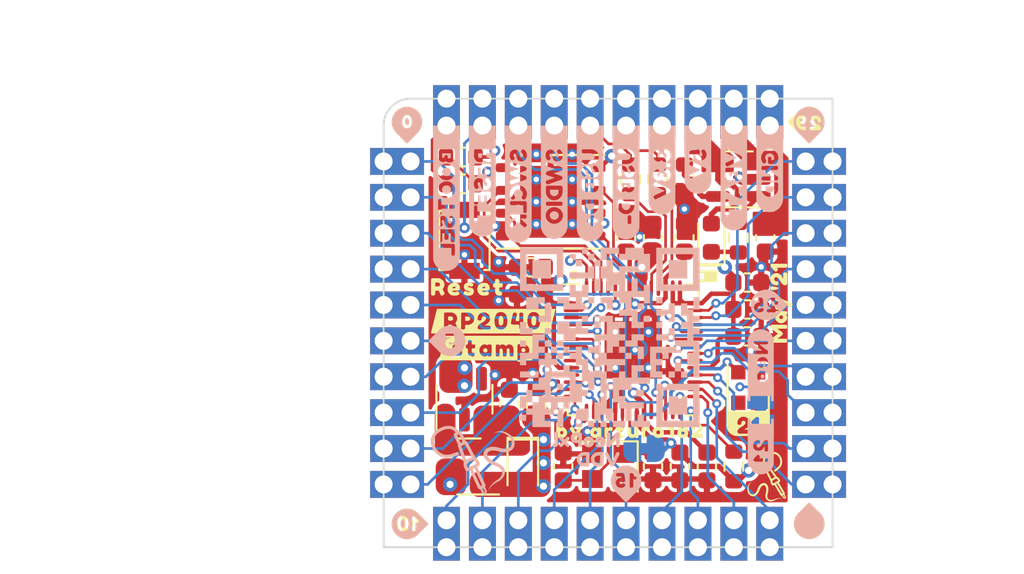
<source format=kicad_pcb>
(kicad_pcb (version 20221018) (generator pcbnew)
  (layers (0 "F.Cu" signal) (1 "In1.Cu" power "GND.Cu") (2 "In2.Cu" signal "PWR.Cu") (31 "B.Cu" signal) (34 "B.Paste" user) (35 "F.Paste" user) (36 "B.SilkS" user "B.Silkscreen") (37 "F.SilkS" user "F.Silkscreen") (38 "B.Mask" user) (39 "F.Mask" user) (44 "Edge.Cuts" user))
  (net 0 "")
  (net 1 "GND")
  (net 2 "+3V3")
  (net 3 "+5V")
  (net 4 "Net-(C11-Pad1)")
  (net 5 "Net-(C14-Pad1)")
  (net 6 "Net-(C15-Pad1)")
  (net 7 "/~{QSPI_CS}")
  (net 8 "/USBBOOT")
  (net 9 "/~{RESET}")
  (net 10 "/USB_D-")
  (net 11 "/D-")
  (net 12 "/USB_D+")
  (net 13 "/D+")
  (net 14 "/QSPI_SD1")
  (net 15 "/QSPI_SD2")
  (net 16 "/QSPI_SD0")
  (net 17 "/QSPI_SCLK")
  (net 18 "/QSPI_SD3")
  (net 19 "/GPIO29")
  (net 20 "/GPIO28")
  (net 21 "/GPIO27")
  (net 22 "/GPIO26")
  (net 23 "/GPIO25")
  (net 24 "/GPIO24")
  (net 25 "/GPIO23")
  (net 26 "/GPIO22")
  (net 27 "/GPIO21")
  (net 28 "/GPIO20")
  (net 29 "/GPIO19")
  (net 30 "/GPIO18")
  (net 31 "/GPIO17")
  (net 32 "/GPIO16")
  (net 33 "/SWDIO")
  (net 34 "/SWCLK")
  (net 35 "/GPIO15")
  (net 36 "/GPIO14")
  (net 37 "/GPIO13")
  (net 38 "/GPIO12")
  (net 39 "/GPIO11")
  (net 40 "/GPIO10")
  (net 41 "/GPIO9")
  (net 42 "/GPIO8")
  (net 43 "/GPIO7")
  (net 44 "/GPIO6")
  (net 45 "/GPIO5")
  (net 46 "/GPIO4")
  (net 47 "/GPIO3")
  (net 48 "/GPIO2")
  (net 49 "/GPIO1")
  (net 50 "/GPIO0")
  (net 52 "VBAT")
  (net 53 "Net-(D3-Pad3)")
  (net 55 "Net-(D3-Pad4)")
  (net 56 "Net-(D2-Pad1)")
  (net 57 "Net-(R7-Pad2)")
  (net 58 "Net-(R8-Pad2)")
  (net 59 "/VIN")
  (footprint "RP2040_stamp:Castellated_1x10_P2.00mm_Vertical" (layer "F.Cu") (at 142.5 94.5 90)
    (fp_text reference "J2" hide)
    (fp_text value "Conn_North" hide)
  )
  (footprint "Resistor_SMD:R_0603_1608Metric" (layer "F.Cu") (at 158.5 113.5 90)
    (fp_text reference "R2" hide)
    (fp_text value "10K")
  )
  (footprint "Resistor_SMD:R_0603_1608Metric" (layer "F.Cu") (at 158.75 100.75 90)
    (fp_text reference "R8" hide)
    (fp_text value "1K")
  )
  (footprint "Package_TO_SOT_SMD:SOT-23-5" (layer "F.Cu") (at 143.5 109.75 90)
    (fp_text reference "U2" hide)
    (fp_text value "AP2112K-3.3" hide)
  )
  (footprint "Symbols_Extra:SolderParty-New-Logo_3x2.5mm_SilkScreen" (layer "F.Cu") (at 160.65 114.15 55)
    (fp_text reference "G***" hide)
    (fp_text value "LOGO" hide)
  )
  (footprint "buzzardLabel" (layer "F.Cu") (at 144.85 106.9)
    (fp_text reference "" hide)
    (fp_text value "")
  )
  (footprint "Package_DFN_QFN_Extra:QFN-56_EP_7x7_Pitch0.4mm" (layer "F.Cu") (at 152.9 107)
    (fp_text reference "U1" hide)
    (fp_text value "RP2040")
  )
  (footprint "RP2040_stamp:Castellated_1x10_P2.00mm_Vertical" (layer "F.Cu") (at 142.5 118 90)
    (fp_text reference "J1" hide)
    (fp_text value "Conn_South" hide)
  )
  (footprint "svg2mod" (layer "F.Cu") (at 161.15 104.4 90)
    (fp_text reference "svg2mod" hide)
    (fp_text value "G***" hide)
  )
  (footprint "buzzardLabel" (layer "F.Cu") (at 143.7 103.5)
    (fp_text reference "")
    (fp_text value "")
  )
  (footprint "svg2mod" (layer "F.Cu") (at 159.3 111.2)
    (fp_text reference "svg2mod" hide)
    (fp_text value "G***" hide)
  )
  (footprint "buzzardLabel" (layer "F.Cu") (at 140.3 116.7)
    (fp_text reference "")
    (fp_text value "")
  )
  (footprint "buzzardLabel" (layer "F.Cu") (at 152.75 111.5)
    (fp_text reference "")
    (fp_text value "")
  )
  (footprint "LED_SMD_Extra:WS2812B-2020" (layer "F.Cu") (at 159.3 109.1 90)
    (fp_text reference "D3" hide)
    (fp_text value "WS2812B-2020" hide)
  )
  (footprint "Capacitor_SMD:C_0603_1608Metric" (layer "F.Cu") (at 154 113.5 -90)
    (fp_text reference "C15" hide)
    (fp_text value "12pF")
  )
  (footprint "RP2040_stamp:Castellated_1x10_P2.00mm_Vertical" (layer "F.Cu") (at 139 96.5)
    (fp_text reference "J4" hide)
    (fp_text value "Conn_West" hide)
  )
  (footprint "Package_TO_SOT_SMD:SOT-23-5" (layer "F.Cu") (at 158.75 97.5 180)
    (fp_text reference "U4" hide)
    (fp_text value "MCP73831" hide)
  )
  (footprint "buzzardLabel" (layer "F.Cu") (at 140.35 94.3)
    (fp_text reference "")
    (fp_text value "")
  )
  (footprint "Resistor_SMD:R_0603_1608Metric" (layer "F.Cu") (at 143.3 97.75)
    (fp_text reference "R1" hide)
    (fp_text value "1K")
  )
  (footprint "Capacitor_SMD:C_0603_1608Metric" (layer "F.Cu") (at 147.2 103.9)
    (fp_text reference "C7" hide)
    (fp_text value "10uF")
  )
  (footprint "Capacitor_SMD:C_0603_1608Metric" (layer "F.Cu") (at 155.75 100.75 90)
    (fp_text reference "C13" hide)
    (fp_text value "1uF")
  )
  (footprint "Capacitor_SMD:C_0603_1608Metric" (layer "F.Cu") (at 152.5 100.75 90)
    (fp_text reference "C12" hide)
    (fp_text value "0.1uF")
  )
  (footprint "Capacitor_SMD:C_0603_1608Metric" (layer "F.Cu") (at 159.25 104.75)
    (fp_text reference "C5" hide)
    (fp_text value "0.1uF")
  )
  (footprint "LED_SMD:LED_0603_1608Metric" (layer "F.Cu") (at 157.25 100.75 90)
    (fp_text reference "D2" hide)
    (fp_text value "LED_CHR" hide)
  )
  (footprint "Resistor_SMD:R_0603_1608Metric" (layer "F.Cu") (at 155.75 97.5 90)
    (fp_text reference "R7" hide)
    (fp_text value "2K")
  )
  (footprint "Capacitor_SMD:C_0603_1608Metric" (layer "F.Cu") (at 157 113.5 -90)
    (fp_text reference "C11" hide)
    (fp_text value "0.1uF")
  )
  (footprint "Package_SON:WSON-8-1EP_6x5mm_P1.27mm_EP3.4x4mm" (layer "F.Cu") (at 148.3 98.75)
    (fp_text reference "U3" hide)
    (fp_text value "W25Q64JV" hide)
  )
  (footprint "Capacitor_SMD:C_0603_1608Metric" (layer "F.Cu") (at 159.25 106.25)
    (fp_text reference "C4" hide)
    (fp_text value "0.1uF")
  )
  (footprint "Resistor_SMD:R_0603_1608Metric" (layer "F.Cu") (at 147.5 110 -90)
    (fp_text reference "R6" hide)
    (fp_text value "100K")
  )
  (footprint "Button_Switch_SMD:SW_SPST_B3U-1000P" (layer "F.Cu") (at 143.5 100.9 90)
    (fp_text reference "SW1" hide)
    (fp_text value "SW_RESET" hide)
  )
  (footprint "Capacitor_SMD:C_0603_1608Metric" (layer "F.Cu") (at 146 110 90)
    (fp_text reference "C6" hide)
    (fp_text value "10uF")
  )
  (footprint "Capacitor_SMD:C_0603_1608Metric" (layer "F.Cu") (at 159.25 103.25)
    (fp_text reference "C10" hide)
    (fp_text value "1uF")
  )
  (footprint "Capacitor_SMD:C_0603_1608Metric" (layer "F.Cu") (at 160.25 100.75 90)
    (fp_text reference "C16" hide)
    (fp_text value "10uF")
  )
  (footprint "Resistor_SMD:R_0603_1608Metric" (layer "F.Cu") (at 154.25 97.5 90)
    (fp_text reference "R3" hide)
    (fp_text value "27R")
  )
  (footprint "Capacitor_SMD:C_0603_1608Metric" (layer "F.Cu") (at 149 113.5 90)
    (fp_text reference "C14" hide)
    (fp_text value "12pF")
  )
  (footprint "RP2040_stamp:Castellated_1x10_P2.00mm_Vertical" (layer "F.Cu") (at 162.5 96.5)
    (fp_text reference "J3" hide)
    (fp_text value "Conn_East" hide)
  )
  (footprint "Resistor_SMD:R_0603_1608Metric" (layer "F.Cu") (at 152.75 97.5 90)
    (fp_text reference "R4" hide)
    (fp_text value "27R")
  )
  (footprint "Capacitor_SMD:C_0603_1608Metric" (layer "F.Cu") (at 154 100.75 90)
    (fp_text reference "C8" hide)
    (fp_text value "0.1uF")
  )
  (footprint "buzzardLabel" (layer "F.Cu") (at 162.7 94.3)
    (fp_text reference "")
    (fp_text value "")
  )
  (footprint "Package_TO_SOT_SMD:SOT-23" (layer "F.Cu") (at 143.75 113.5 180)
    (fp_text reference "Q1" hide)
    (fp_text value "BSS84")
  )
  (footprint "Diode_SMD:D_SOD-323" (layer "F.Cu") (at 146.75 113.5 -90)
    (fp_text reference "D1" hide)
    (fp_text value "D_Schottky_Small" hide)
  )
  (footprint "Resistor_SMD:R_0603_1608Metric" (layer "F.Cu") (at 143.3 96.25)
    (fp_text reference "R5" hide)
    (fp_text value "10K")
  )
  (footprint "Capacitor_SMD:C_0603_1608Metric" (layer "F.Cu") (at 147.2 102.4 180)
    (fp_text reference "C1" hide)
    (fp_text value "0.1uF")
  )
  (footprint "Crystal:Crystal_SMD_2520-4Pin_2.5x2.0mm" (layer "F.Cu") (at 151.5 113.5 180)
    (fp_text reference "Y1" hide)
    (fp_text value "XYDBPCNANF-12MHZ" hide)
  )
  (footprint "Capacitor_SMD:C_0603_1608Metric" (layer "F.Cu") (at 155.5 113.5 -90)
    (fp_text reference "C3" hide)
    (fp_text value "0.1uF")
  )
  (footprint "buzzardLabel" (layer "F.Cu") (at 162.8 116.7)
    (fp_text reference "")
    (fp_text value "")
  )
  (footprint "buzzardLabel" (layer "F.Cu") (at 145.1 105.4)
    (fp_text reference "" hide)
    (fp_text value "")
  )
  (footprint "svg2mod" (layer "B.Cu") (at 159.9 104.5 180)
    (fp_text reference "svg2mod" hide)
    (fp_text value "G***" hide)
  )
  (footprint "svg2mod" (layer "B.Cu") (at 152.9 114.275 180)
    (fp_text reference "svg2mod" hide)
    (fp_text value "G***" hide)
  )
  (footprint "svg2mod" (layer "B.Cu") (at 150.5 97.729055 -90)
    (fp_text reference "svg2mod" hide)
    (fp_text value "G***" hide)
  )
  (footprint "svg2mod" (layer "B.Cu") (at 158.5 97.42235 -90)
    (fp_text reference "svg2mod" hide)
    (fp_text value "G***" hide)
  )
  (footprint "svg2mod" (layer "B.Cu") (at 163.05 94.35 180)
    (fp_text reference "svg2mod" hide)
    (fp_text value "G***" hide)
  )
  (footprint "buzzardLabel" (layer "B.Cu") (at 160 112.7 -90)
    (fp_text reference "")
    (fp_text value "")
  )
  (footprint "buzzardLabel" (layer "B.Cu") (at 162.6 116.695 180)
    (fp_text reference "")
    (fp_text value "")
  )
  (footprint "svg2mod" (layer "B.Cu") (at 150.276026 112 180)
    (fp_text reference "svg2mod" hide)
    (fp_text value "G***" hide)
  )
  (footprint "svg2mod" (layer "B.Cu") (at 148.5 97.661745 -90)
    (fp_text reference "svg2mod" hide)
    (fp_text value "G***" hide)
  )
  (footprint "svg2mod" (layer "B.Cu") (at 152.5 97.669365 -90)
    (fp_text reference "svg2mod" hide)
    (fp_text value "G***" hide)
  )
  (footprint "svg2mod" (layer "B.Cu") (at 160.5 96.912128 -90)
    (fp_text reference "svg2mod" hide)
    (fp_text value "G***" hide)
  )
  (footprint "LOGO" (layer "B.Cu") (at 151.6 106.3 180)
    (fp_text reference "G***" hide)
    (fp_text value "LOGO" hide)
  )
  (footprint "Jumper:SolderJumper-2_P1.3mm_Bridged_RoundedPad1.0x1.5mm" (layer "B.Cu") (at 153.5 112.5)
    (fp_text reference "JP1" hide)
    (fp_text value "Jumper_Neopixel_VDD")
  )
  (footprint "svg2mod" (layer "B.Cu") (at 156.5 96.4 -90)
    (fp_text reference "svg2mod" hide)
    (fp_text value "G***" hide)
  )
  (footprint "svg2mod" (layer "B.Cu") (at 142.5 98.552015 -90)
    (fp_text reference "svg2mod" hide)
    (fp_text value "G***" hide)
  )
  (footprint "buzzardLabel" (layer "B.Cu") (at 140.250001 94.3 180)
    (fp_text reference "")
    (fp_text value "")
  )
  (footprint "svg2mod" (layer "B.Cu") (at 142.7 106.5 180)
    (fp_text reference "svg2mod" hide)
    (fp_text value "G***" hide)
  )
  (footprint "svg2mod" (layer "B.Cu") (at 152.2 114.275 180)
    (fp_text reference "svg2mod" hide)
    (fp_text value "G***" hide)
  )
  (footprint "Jumper:SolderJumper-2_P1.3mm_Bridged_RoundedPad1.0x1.5mm" (layer "B.Cu") (at 160 110.449999 90)
    (fp_text reference "JP2" hide)
    (fp_text value "Jumper_Neopixel")
  )
  (footprint "svg2mod" (layer "B.Cu") (at 162.25 94.35 180)
    (fp_text reference "svg2mod" hide)
    (fp_text value "G***" hide)
  )
  (footprint "svg2mod" (layer "B.Cu") (at 154.5 96.981025 -90)
    (fp_text reference "svg2mod" hide)
    (fp_text value "G***" hide)
  )
  (footprint "svg2mod" (layer "B.Cu") (at 146.5 97.762075 -90)
    (fp_text reference "svg2mod" hide)
    (fp_text value "G***" hide)
  )
  (footprint "buzzardLabel" (layer "B.Cu") (at 160 107.7 -90)
    (fp_text reference "")
    (fp_text value "")
  )
  (footprint "Symbols_Extra:SolderParty-New-Logo_5x4.2mm_SilkScreen" (layer "B.Cu") (at 143.8 113 180)
    (fp_text reference "G***" hide)
    (fp_text value "LOGO" hide)
  )
  (footprint "svg2mod" (layer "B.Cu") (at 150.95 113.1 180)
    (fp_text reference "svg2mod" hide)
    (fp_text value "G***" hide)
  )
  (footprint "buzzardLabel" (layer "B.Cu") (at 140.3 116.7 180)
    (fp_text reference "")
    (fp_text value "")
  )
  (footprint "svg2mod" (layer "B.Cu") (at 160.65 104.5 180)
    (fp_text reference "svg2mod" hide)
    (fp_text value "G***" hide)
  )
  (footprint "svg2mod" (layer "B.Cu") (at 144.5 97.59634 -90)
    (fp_text reference "svg2mod" hide)
    (fp_text value "G***" hide)
  )
  (gr_poly (pts (xy 159.350001 109.5) (xy 160.649999 109.5) (xy 160.65 108.95) (xy 159.35 108.95)) (stroke (width 0.15)) (fill solid) (layer "B.SilkS"))
  (gr_line (start 153.1 114.8) (end 152.5 115.4) (stroke (width 0.15)) (layer "B.SilkS"))
  (gr_circle (center 140.300001 94.3) (end 139.650001 94.300001) (stroke (width 0.4)) (fill none) (layer "B.SilkS"))
  (gr_poly (pts (xy 152.85 113.600001) (xy 152.4 113.550001) (xy 151.914045 113.752529) (xy 151.789044 113.952529) (xy 151.75 114.225001) (xy 151.850001 114.675001) (xy 152.025 114.875001) (xy 151.85 114.55) (xy 151.85 113.85) (xy 152.2 113.75) (xy 152.7 113.75) (xy 153.05 113.8)) (stroke (width 0.1)) (fill solid) (layer "B.SilkS"))
  (gr_poly (pts (xy 160.649999 103.85) (xy 160.3 103.75) (xy 159.950001 103.85) (xy 159.75 104) (xy 160.85 104)) (stroke (width 0.15)) (fill solid) (layer "B.SilkS"))
  (gr_line (start 162.7 95.404999) (end 162.1 94.804999) (stroke (width 0.15)) (layer "B.SilkS"))
  (gr_circle (center 162.7 116.695) (end 161.900001 116.695) (stroke (width 0.11)) (fill none) (layer "B.SilkS"))
  (gr_poly (pts (xy 160.3 113.7) (xy 160 113.8) (xy 159.6 113.65) (xy 159.4 113.4) (xy 160.55 113.4)) (stroke (width 0.15)) (fill solid) (layer "B.SilkS"))
  (gr_line (start 159.350001 109.8) (end 159.35 106.446826) (stroke (width 0.15)) (layer "B.SilkS"))
  (gr_line (start 142.200001 107.1) (end 141.600001 106.5) (stroke (width 0.15)) (layer "B.SilkS"))
  (gr_line (start 140.300001 95.400001) (end 139.7 94.8) (stroke (width 0.15)) (layer "B.SilkS"))
  (gr_line (start 141.399999 116.7) (end 140.799999 117.3) (stroke (width 0.15)) (layer "B.SilkS"))
  (gr_line (start 160.649999 109.8) (end 160.65 106.446826) (stroke (width 0.15)) (layer "B.SilkS"))
  (gr_line (start 162.7 115.595001) (end 163.3 116.195001) (stroke (width 0.15)) (layer "B.SilkS"))
  (gr_circle (center 162.7 94.305) (end 163.499999 94.305) (stroke (width 0.11)) (fill none) (layer "B.SilkS"))
  (gr_arc (start 160.65 113.35) (mid 160 113.86463) (end 159.35 113.35) (stroke (width 0.15)) (layer "B.SilkS"))
  (gr_poly (pts (xy 141.025 116.95) (xy 141.075 116.7) (xy 141.024999 116.4)) (stroke (width 0.1)) (fill solid) (layer "B.SilkS"))
  (gr_poly (pts (xy 163.1 94.905) (xy 162.3 94.905) (xy 162.4 95.104999) (xy 163 95.104999)) (stroke (width 0.15)) (fill solid) (layer "B.SilkS"))
  (gr_line (start 160.65 110.9) (end 160.65 113.35) (stroke (width 0.15)) (layer "B.SilkS"))
  (gr_rect (start 159.35 111.2) (end 160.65 111.75) (stroke (width 0.15)) (fill solid) (layer "B.SilkS"))
  (gr_circle (center 152.5 114.300001) (end 152.5 115.1) (stroke (width 0.11)) (fill none) (layer "B.SilkS"))
  (gr_poly (pts (xy 162.35 117.345) (xy 162.7 117.445) (xy 163.05 117.345) (xy 163.25 117.195) (xy 162.15 117.195)) (stroke (width 0.15)) (fill solid) (layer "B.SilkS"))
  (gr_poly (pts (xy 163.05 93.655) (xy 162.7 93.555) (xy 162.35 93.655) (xy 162.15 93.805) (xy 163.25 93.805)) (stroke (width 0.15)) (fill solid) (layer "B.SilkS"))
  (gr_poly (pts (xy 159.7 106.096826) (xy 160 105.996825) (xy 160.4 106.146826) (xy 160.6 106.396826) (xy 159.45 106.396826)) (stroke (width 0.15)) (fill solid) (layer "B.SilkS"))
  (gr_line (start 162.1 116.195001) (end 162.7 115.595001) (stroke (width 0.15)) (layer "B.SilkS"))
  (gr_poly (pts (xy 139.6 116.35) (xy 139.55 116.8) (xy 139.775 117.25) (xy 139.975 117.375) (xy 140.225 117.45) (xy 140.675 117.349999) (xy 140.875 117.175) (xy 139.9 117.275) (xy 139.7 117) (xy 139.650001 116.55) (xy 139.775 116.225)) (stroke (width 0.15)) (fill solid) (layer "B.SilkS"))
  (gr_poly (pts (xy 141.600001 106.5) (xy 141.900001 106.8) (xy 141.900001 106.2)) (stroke (width 0.15)) (fill solid) (layer "B.SilkS"))
  (gr_poly (pts (xy 152.5 115.4) (xy 152.8 115.1) (xy 152.2 115.1)) (stroke (width 0.15)) (fill solid) (layer "B.SilkS"))
  (gr_line (start 140.799999 116.1) (end 141.399999 116.7) (stroke (width 0.15)) (layer "B.SilkS"))
  (gr_line (start 163.25 94.85) (end 162.7 95.404999) (stroke (width 0.15)) (layer "B.SilkS"))
  (gr_poly (pts (xy 162.7 95.404999) (xy 163 95.104999) (xy 162.4 95.104999)) (stroke (width 0.15)) (fill solid) (layer "B.SilkS"))
  (gr_line (start 152.5 115.4) (end 151.9 114.8) (stroke (width 0.15)) (layer "B.SilkS"))
  (gr_poly (pts (xy 162.3 116.095) (xy 163.1 116.095) (xy 163 115.895001) (xy 162.4 115.895001)) (stroke (width 0.15)) (fill solid) (layer "B.SilkS"))
  (gr_circle (center 142.7 106.5) (end 141.900001 106.5) (stroke (width 0.11)) (fill none) (layer "B.SilkS"))
  (gr_poly (pts (xy 159.950002 105.15) (xy 160.300001 105.25) (xy 160.65 105.15) (xy 160.850001 105) (xy 159.750001 105)) (stroke (width 0.15)) (fill solid) (layer "B.SilkS"))
  (gr_poly (pts (xy 143.15 107.1) (xy 142.25 107.1) (xy 142.7 107.25)) (stroke (width 0.15)) (fill solid) (layer "B.SilkS"))
  (gr_line (start 160.845001 103.95) (end 161.4 104.5) (stroke (width 0.15)) (layer "B.SilkS"))
  (gr_poly (pts (xy 162.7 115.595001) (xy 162.4 115.895001) (xy 163 115.895001)) (stroke (width 0.15)) (fill solid) (layer "B.SilkS"))
  (gr_circle (center 160.300001 104.5) (end 160.300001 103.700001) (stroke (width 0.11)) (fill none) (layer "B.SilkS"))
  (gr_line (start 161.4 104.5) (end 160.8 105.1) (stroke (width 0.15)) (layer "B.SilkS"))
  (gr_poly (pts (xy 153.15 113.850001) (xy 153.15 114.750001) (xy 153.25 114.300001)) (stroke (width 0.1)) (fill solid) (layer "B.SilkS"))
  (gr_poly (pts (xy 140.300001 95.400001) (xy 140.600002 95.1) (xy 140 95.1)) (stroke (width 0.15)) (fill solid) (layer "B.SilkS"))
  (gr_arc (start 159.35 106.446826) (mid 160 105.932196) (end 160.65 106.446826) (stroke (width 0.15)) (layer "B.SilkS"))
  (gr_poly (pts (xy 141.399999 116.7) (xy 141.099999 116.4) (xy 141.099999 117)) (stroke (width 0.15)) (fill solid) (layer "B.SilkS"))
  (gr_line (start 152.55 113.725) (end 152.55 114.775) (stroke (width 0.15)) (layer "B.SilkS"))
  (gr_poly (pts (xy 139.85 116.1) (xy 140.75 116.1) (xy 140.3 115.95)) (stroke (width 0.15)) (fill solid) (layer "B.SilkS"))
  (gr_poly (pts (xy 141.975001 106.25) (xy 141.925 106.5) (xy 141.975001 106.8)) (stroke (width 0.1)) (fill solid) (layer "B.SilkS"))
  (gr_line (start 140.900002 94.8) (end 140.300001 95.400001) (stroke (width 0.15)) (layer "B.SilkS"))
  (gr_line (start 141.600001 106.5) (end 142.200001 105.9) (stroke (width 0.15)) (layer "B.SilkS"))
  (gr_poly (pts (xy 152.025 114.8) (xy 152.5 115.2) (xy 153 114.8)) (stroke (width 0.1)) (fill solid) (layer "B.SilkS"))
  (gr_circle (center 140.3 116.7) (end 141.099999 116.7) (stroke (width 0.11)) (fill none) (layer "B.SilkS"))
  (gr_line (start 159.35 110.9) (end 159.35 113.35) (stroke (width 0.15)) (layer "B.SilkS"))
  (gr_poly (pts (xy 161.4 104.5) (xy 161.05 104.2) (xy 161.05 104.8)) (stroke (width 0.15)) (fill solid) (layer "B.SilkS"))
  (gr_poly (pts (xy 143.35 106.85) (xy 143.45 106.4) (xy 143.225 105.95) (xy 143.025 105.825) (xy 142.775 105.750001) (xy 142.325 105.850001) (xy 142.15 106) (xy 143.05 106) (xy 143.05 106.25) (xy 143.050961 106.999982) (xy 142.400961 107.012481) (xy 142.3 106.85) (xy 142.35 106.05) (xy 142.05 106.15) (xy 141.975001 106.8) (xy 142.3 107.1) (xy 143.05 107.1)) (stroke (width 0.15)) (fill solid) (layer "B.SilkS"))
  (gr_line (start 140.799999 117.3) (end 141.399999 116.7) (stroke (width 0.15)) (layer "F.SilkS"))
  (gr_circle (center 140.3 94.3) (end 140.95 94.3) (stroke (width 0.4)) (fill none) (layer "F.SilkS"))
  (gr_circle (center 162.7 116.7) (end 163.5 116.7) (stroke (width 0.11)) (fill none) (layer "F.SilkS"))
  (gr_line (start 156.515 102.3) (end 156.515 100.83) (stroke (width 0.12)) (layer "F.SilkS"))
  (gr_line (start 156.515 102.3) (end 157.985 102.3) (stroke (width 0.12)) (layer "F.SilkS"))
  (gr_poly (pts (xy 141 116.35) (xy 141.1 116.8) (xy 140.825 117.25) (xy 140.625 117.375) (xy 140.375 117.45) (xy 139.925 117.35) (xy 139.725 117.175) (xy 140.7 117.275) (xy 140.9 117) (xy 140.95 116.55) (xy 140.825 116.225)) (stroke (width 0.15)) (fill solid) (layer "F.SilkS"))
  (gr_line (start 147.6 111.9) (end 147.6 112.1) (stroke (width 0.12)) (layer "F.SilkS"))
  (gr_line (start 163.3 116.200001) (end 162.7 115.600001) (stroke (width 0.15)) (layer "F.SilkS"))
  (gr_line (start 140.3 95.4) (end 140.9 94.8) (stroke (width 0.15)) (layer "F.SilkS"))
  (gr_circle (center 162.7 94.3) (end 163.35 94.3) (stroke (width 0.4)) (fill none) (layer "F.SilkS"))
  (gr_line (start 162.7 115.600001) (end 162.1 116.200001) (stroke (width 0.15)) (layer "F.SilkS"))
  (gr_circle (center 149.6 102.85) (end 149.8 102.9) (stroke (width 0.15)) (fill solid) (layer "F.SilkS"))
  (gr_circle (center 162.7 94.3) (end 162.7 93.500001) (stroke (width 0.11)) (fill none) (layer "F.SilkS"))
  (gr_poly (pts (xy 163.05 117.35) (xy 162.7 117.45) (xy 162.35 117.35) (xy 162.15 117.2) (xy 163.25 117.2)) (stroke (width 0.15)) (fill solid) (layer "F.SilkS"))
  (gr_poly (pts (xy 162.7 115.600001) (xy 163 115.900001) (xy 162.4 115.900001)) (stroke (width 0.15)) (fill solid) (layer "F.SilkS"))
  (gr_circle (center 140.3 116.7) (end 141.1 116.7) (stroke (width 0.11)) (fill none) (layer "F.SilkS"))
  (gr_poly (pts (xy 140.3 95.4) (xy 140 95.1) (xy 140.6 95.1)) (stroke (width 0.15)) (fill solid) (layer "F.SilkS"))
  (gr_poly (pts (xy 160.45 111.25) (xy 160 110.65) (xy 158.7 110.65) (xy 158.15 111.2) (xy 158.15 110.45) (xy 160.45 110.45)) (stroke (width 0.12)) (fill solid) (layer "F.SilkS"))
  (gr_line (start 162.200001 93.7) (end 161.600001 94.3) (stroke (width 0.15)) (layer "F.SilkS"))
  (gr_poly (pts (xy 140.75 116.1) (xy 139.85 116.1) (xy 140.3 115.95)) (stroke (width 0.15)) (fill solid) (layer "F.SilkS"))
  (gr_line (start 141.399999 116.7) (end 140.799999 116.1) (stroke (width 0.15)) (layer "F.SilkS"))
  (gr_poly (pts (xy 163.1 116.1) (xy 162.3 116.1) (xy 162.4 115.900001) (xy 163 115.900001)) (stroke (width 0.15)) (fill solid) (layer "F.SilkS"))
  (gr_line (start 139.7 94.8) (end 140.3 95.4) (stroke (width 0.15)) (layer "F.SilkS"))
  (gr_rect (start 156.3 102.75) (end 156.5 103.05) (stroke (width 0.15)) (fill none) (layer "F.SilkS"))
  (gr_line (start 157.985 102.3) (end 157.985 100.83) (stroke (width 0.12)) (layer "F.SilkS"))
  (gr_line (start 161.600001 94.3) (end 162.200001 94.9) (stroke (width 0.15)) (layer "F.SilkS"))
  (gr_poly (pts (xy 161.600001 94.3) (xy 161.900001 94) (xy 161.900001 94.6)) (stroke (width 0.15)) (fill solid) (layer "F.SilkS"))
  (gr_poly (pts (xy 139.575 116.95) (xy 139.525 116.7) (xy 139.575 116.4)) (stroke (width 0.1)) (fill solid) (layer "F.SilkS"))
  (gr_line (start 145.9 111.9) (end 145.9 112.1) (stroke (width 0.12)) (layer "F.SilkS"))
  (gr_rect (start 156.5 102.65) (end 157.5 103.15) (stroke (width 0.15)) (fill none) (layer "F.SilkS"))
  (gr_line (start 145.9 111.9) (end 147.6 111.9) (stroke (width 0.12)) (layer "F.SilkS"))
  (gr_poly (pts (xy 141.399999 116.7) (xy 141.099999 117) (xy 141.099999 116.4)) (stroke (width 0.15)) (fill solid) (layer "F.SilkS"))
  (gr_rect (start 156.9 102.65) (end 157.5 103.15) (stroke (width 0.15)) (fill solid) (layer "F.SilkS"))
  (gr_arc (start 139 94.5) (mid 139.43934 93.43934) (end 140.5 93) (stroke (width 0.1)) (layer "Edge.Cuts"))
  (gr_line (start 139 118) (end 139 94.5) (stroke (width 0.1)) (layer "Edge.Cuts"))
  (gr_line (start 164 118) (end 139 118) (stroke (width 0.1)) (layer "Edge.Cuts"))
  (gr_line (start 164 93) (end 164 118) (stroke (width 0.1)) (layer "Edge.Cuts"))
  (gr_line (start 140.5 93) (end 164 93) (stroke (width 0.1)) (layer "Edge.Cuts"))
  (segment (start 160.025 103.25) (end 160.025 102.375) (width 0.3) (layer "F.Cu") (net 1))
  (segment (start 150.625 112.8) (end 149.075 112.8) (width 0.3) (layer "F.Cu") (net 1))
  (segment (start 153.275 100.7) (end 154 99.975) (width 0.25) (layer "F.Cu") (net 1))
  (segment (start 151.9 110.4375) (end 151.9 109.945004) (width 0.25) (layer "F.Cu") (net 1))
  (segment (start 155.75 98.325) (end 155.75 99.15) (width 0.3) (layer "F.Cu") (net 1))
  (segment (start 159.8875 97.5) (end 158.94853 97.5) (width 0.6) (layer "F.Cu") (net 1))
  (segment (start 160.025 102.375) (end 160.025 101.75) (width 0.3) (layer "F.Cu") (net 1))
  (segment (start 155.75 99.15) (end 155.75 99.975) (width 0.3) (layer "F.Cu") (net 1))
  (segment (start 148.3 98.75) (end 147.5 97.95) (width 0.15) (layer "F.Cu") (net 1))
  (segment (start 160.025 101.75) (end 160.25 101.525) (width 0.3) (layer "F.Cu") (net 1))
  (segment (start 154 99.975) (end 152.5 99.975) (width 0.3) (layer "F.Cu") (net 1))
  (segment (start 152.25 109.595004) (end 152.25 109.35) (width 0.25) (layer "F.Cu") (net 1))
  (segment (start 158.94853 97.5) (end 158.824265 97.375735) (width 0.6) (layer "F.Cu") (net 1))
  (segment (start 151.9 109.945004) (end 152.25 109.595004) (width 0.25) (layer "F.Cu") (net 1))
  (segment (start 160.025 106.25) (end 160.025 103.25) (width 0.3) (layer "F.Cu") (net 1))
  (segment (start 152.375 114.2) (end 156.925 114.2) (width 0.3) (layer "F.Cu") (net 1))
  (segment (start 147.5 97.95) (end 147.5 97.5) (width 0.15) (layer "F.Cu") (net 1))
  (segment (start 149.075 112.8) (end 149 112.725) (width 0.3) (layer "F.Cu") (net 1))
  (segment (start 145.6375 100.655) (end 145.6375 100.5375) (width 0.2) (layer "F.Cu") (net 1))
  (segment (start 153.25 100.7) (end 153.275 100.7) (width 0.25) (layer "F.Cu") (net 1))
  (segment (start 156.925 114.2) (end 157 114.275) (width 0.3) (layer "F.Cu") (net 1))
  (segment (start 145.6375 100.5375) (end 145.2 100.1) (width 0.2) (layer "F.Cu") (net 1))
  (via (at 155.75 99.15) (size 0.6) (drill 0.3) (layers "F.Cu" "B.Cu") (net 1))
  (via (at 148.4 108.9) (size 0.6) (drill 0.3) (layers "F.Cu" "B.Cu") (net 1))
  (via (at 147.5 96.1) (size 0.6) (drill 0.3) (layers "F.Cu" "B.Cu") (net 1))
  (via (at 153.25 100.7) (size 0.6) (drill 0.3) (layers "F.Cu" "B.Cu") (net 1))
  (via (at 153 107) (size 0.6) (drill 0.3) (layers "F.Cu" "B.Cu") (net 1))
  (via (at 159.45 107.05) (size 0.6) (drill 0.3) (layers "F.Cu" "B.Cu") (net 1))
  (via (at 145.2 100.1) (size 0.6) (drill 0.3) (layers "F.Cu" "B.Cu") (net 1))
  (via (at 149.5 96.1) (size 0.6) (drill 0.3) (layers "F.Cu" "B.Cu") (net 1))
  (via (at 147.5 97.5) (size 0.6) (drill 0.3) (layers "F.Cu" "B.Cu") (net 1))
  (via (at 149.5 98.75) (size 0.6) (drill 0.3) (layers "F.Cu" "B.Cu") (net 1))
  (via (at 147.5 100) (size 0.6) (drill 0.3) (layers "F.Cu" "B.Cu") (net 1))
  (via (at 147.5 98.75) (size 0.6) (drill 0.3) (layers "F.Cu" "B.Cu") (net 1))
  (via (at 145.2 108.4) (size 0.6) (drill 0.3) (layers "F.Cu" "B.Cu") (net 1))
  (via (at 143.5 101.7) (size 0.6) (drill 0.3) (layers "F.Cu" "B.Cu") (net 1))
  (via (at 145.4 102.1) (size 0.6) (drill 0.3) (layers "F.Cu" "B.Cu") (net 1))
  (via (at 149.5 100) (size 0.6) (drill 0.3) (layers "F.Cu" "B.Cu") (net 1))
  (via (at 150.35 111.55) (size 0.6) (drill 0.3) (layers "F.Cu" "B.Cu") (net 1))
  (via (at 158.824265 97.375735) (size 0.6) (drill 0.3) (layers "F.Cu" "B.Cu") (net 1))
  (via (at 153.75 108) (size 0.6) (drill 0.3) (layers "F.Cu" "B.Cu") (net 1))
  (via (at 151.9 108) (size 0.6) (drill 0.3) (layers "F.Cu" "B.Cu") (net 1))
  (via (at 151.9 106) (size 0.6) (drill 0.3) (layers "F.Cu" "B.Cu") (net 1))
  (via (at 145.4 104.25) (size 0.6) (drill 0.3) (layers "F.Cu" "B.Cu") (net 1))
  (via (at 149.5 97.5) (size 0.6) (drill 0.3) (layers "F.Cu" "B.Cu") (net 1))
  (via (at 160.025 102.375) (size 0.6) (drill 0.3) (layers "F.Cu" "B.Cu") (net 1))
  (via (at 147.3 108.3) (size 0.6) (drill 0.3) (layers "F.Cu" "B.Cu") (net 1))
  (via (at 153.75 106) (size 0.6) (drill 0.3) (layers "F.Cu" "B.Cu") (net 1))
  (segment (start 158.475 103.875) (end 158.475 106.25) (width 0.25) (layer "F.Cu") (net 2))
  (segment (start 157.2 108) (end 157.6 107.6) (width 0.25) (layer "F.Cu") (net 2))
  (segment (start 157.675 113.5) (end 158.5 114.325) (width 0.3) (layer "F.Cu") (net 2))
  (segment (start 158.475 103.25) (end 158.475 103.875) (width 0.25) (layer "F.Cu") (net 2))
  (segment (start 156.722983 104.4) (end 157.247994 103.874989) (width 0.25) (layer "F.Cu") (net 2))
  (segment (start 156.3375 104.4) (end 156.722983 104.4) (width 0.25) (layer "F.Cu") (net 2))
  (segment (start 158 102.392034) (end 158.475 102.867034) (width 0.25) (layer "F.Cu") (net 2))
  (segment (start 153.375 102.15) (end 153.375 102.4) (width 0.2) (layer "F.Cu") (net 2))
  (segment (start 147.975 103.15) (end 147.975 102.4) (width 0.4) (layer "F.Cu") (net 2))
  (segment (start 154.775 112) (end 155.5 112.725) (width 0.25) (layer "F.Cu") (net 2))
  (segment (start 155 112.225) (end 155.5 112.725) (width 0.25) (layer "F.Cu") (net 2))
  (segment (start 149.4625 104.4) (end 148.475 104.4) (width 0.25) (layer "F.Cu") (net 2))
  (segment (start 144.85 96.25) (end 145.2 95.9) (width 0.2) (layer "F.Cu") (net 2))
  (segment (start 158.715046 114.325) (end 158.5 114.325) (width 0.3) (layer "F.Cu") (net 2))
  (segment (start 156.3375 104.4) (end 155.7 104.4) (width 0.25) (layer "F.Cu") (net 2))
  (segment (start 148.475 107.7) (end 148.475 104.4) (width 0.25) (layer "F.Cu") (net 2))
  (segment (start 159.320023 113.720023) (end 158.715046 114.325) (width 0.3) (layer "F.Cu") (net 2))
  (segment (start 148.775 108) (end 148.475 107.7) (width 0.25) (layer "F.Cu") (net 2))
  (segment (start 155.5 112.725) (end 156.275 113.5) (width 0.3) (layer "F.Cu") (net 2))
  (segment (start 150.9625 96.845) (end 151.055 96.845) (width 0.25) (layer "F.Cu") (net 2))
  (segment (start 156.3375 108) (end 157.2 108) (width 0.25) (layer "F.Cu") (net 2))
  (segment (start 153.1 110.4375) (end 153.1 111.15) (width 0.25) (layer "F.Cu") (net 2))
  (segment (start 154 101.525) (end 153.375 102.15) (width 0.2) (layer "F.Cu") (net 2))
  (segment (start 155.5 104.2) (end 155.5 103.5625) (width 0.25) (layer "F.Cu") (net 2))
  (segment (start 156.275 113.5) (end 157.675 113.5) (width 0.3) (layer "F.Cu") (net 2))
  (segment (start 158.475 102.867034) (end 158.475 103.25) (width 0.25) (layer "F.Cu") (net 2))
  (segment (start 144.125 96.25) (end 144.85 96.25) (width 0.2) (layer "F.Cu") (net 2))
  (segment (start 153.95 112) (end 154.775 112) (width 0.25) (layer "F.Cu") (net 2))
  (segment (start 155.7 104.4) (end 155.5 104.2) (width 0.25) (layer "F.Cu") (net 2))
  (segment (start 149.4625 108) (end 148.775 108) (width 0.25) (layer "F.Cu") (net 2))
  (segment (start 157.6 107.6) (end 157.6 106.5) (width 0.25) (layer "F.Cu") (net 2))
  (segment (start 153.1 111.15) (end 153.95 112) (width 0.25) (layer "F.Cu") (net 2))
  (segment (start 158.474989 103.874989) (end 158.475 103.875) (width 0.25) (layer "F.Cu") (net 2))
  (segment (start 157.85 106.25) (end 158.475 106.25) (width 0.25) (layer "F.Cu") (net 2))
  (segment (start 155.7 104.4) (end 155.2 104.4) (width 0.25) (layer "F.Cu") (net 2))
  (segment (start 155 112.2) (end 155 112.225) (width 0.25) (layer "F.Cu") (net 2))
  (segment (start 148.85 103.15) (end 147.975 103.15) (width 0.4) (layer "F.Cu") (net 2))
  (segment (start 157.6 106.5) (end 157.85 106.25) (width 0.25) (layer "F.Cu") (net 2))
  (segment (start 151.055 96.845) (end 151.7 96.2) (width 0.25) (layer "F.Cu") (net 2))
  (segment (start 157.247994 103.874989) (end 158.474989 103.874989) (width 0.25) (layer "F.Cu") (net 2))
  (segment (start 155.2 104.4) (end 155.1 104.3) (width 0.25) (layer "F.Cu") (net 2))
  (segment (start 155.1 104.3) (end 155.1 103.5625) (width 0.25) (layer "F.Cu") (net 2))
  (segment (start 148.475 104.4) (end 147.975 103.9) (width 0.25) (layer "F.Cu") (net 2))
  (segment (start 147.975 102.4) (end 147.975 103.9) (width 0.4) (layer "F.Cu") (net 2))
  (via (at 159.320023 113.720023) (size 0.8) (drill 0.4) (layers "F.Cu" "B.Cu") (net 2))
  (via (at 145.2 95.9) (size 0.6) (drill 0.3) (layers "F.Cu" "B.Cu") (net 2))
  (via (at 148.85 103.15) (size 0.8) (drill 0.4) (layers "F.Cu" "B.Cu") (net 2))
  (via (at 151.7 96.2) (size 0.8) (drill 0.4) (layers "F.Cu" "B.Cu") (net 2))
  (via (at 143.5 108) (size 0.8) (drill 0.4) (layers "F.Cu" "B.Cu") (net 2))
  (via (at 143.5 109) (size 0.8) (drill 0.4) (layers "F.Cu" "B.Cu") (net 2))
  (via (at 158 102.392034) (size 0.8) (drill 0.4) (layers "F.Cu" "B.Cu") (net 2))
  (via (at 153.375 102.4) (size 0.8) (drill 0.4) (layers "F.Cu" "B.Cu") (net 2))
  (via (at 155 112.2) (size 0.6) (drill 0.3) (layers "F.Cu" "B.Cu") (net 2))
  (segment (start 154.5 112.7) (end 154.15 112.7) (width 0.25) (layer "B.Cu") (net 2))
  (segment (start 155 112.2) (end 154.5 112.7) (width 0.25) (layer "B.Cu") (net 2))
  (segment (start 157.9 97.8) (end 157.6125 97.5125) (width 0.3) (layer "F.Cu") (net 3))
  (segment (start 157.55 99.15) (end 158.35 99.15) (width 0.3) (layer "F.Cu") (net 3))
  (segment (start 157.6125 97.5125) (end 157.6125 96.55) (width 0.3) (layer "F.Cu") (net 3))
  (segment (start 158.7 98.8) (end 158.7 98.1) (width 0.3) (layer "F.Cu") (net 3))
  (segment (start 157.25 99.45) (end 157.55 99.15) (width 0.3) (layer "F.Cu") (net 3))
  (segment (start 157.25 99.9625) (end 157.25 99.45) (width 0.3) (layer "F.Cu") (net 3))
  (segment (start 158.4 97.8) (end 157.9 97.8) (width 0.3) (layer "F.Cu") (net 3))
  (segment (start 158.35 99.15) (end 158.7 98.8) (width 0.3) (layer "F.Cu") (net 3))
  (segment (start 158.7 98.1) (end 158.4 97.8) (width 0.3) (layer "F.Cu") (net 3))
  (via (at 147.9 113.3) (size 0.8) (drill 0.4) (layers "F.Cu" "B.Cu") (net 3))
  (via (at 147.9 114.6) (size 0.8) (drill 0.4) (layers "F.Cu" "B.Cu") (net 3))
  (via (at 147.9 112) (size 0.8) (drill 0.4) (layers "F.Cu" "B.Cu") (net 3))
  (segment (start 153.5 109.969642) (end 153.255338 109.72498) (width 0.25) (layer "F.Cu") (net 4))
  (segment (start 153.5 109.969642) (end 153.365179 109.834821) (width 0.25) (layer "F.Cu") (net 4))
  (segment (start 154.4 104.4) (end 154.7 104.1) (width 0.25) (layer "F.Cu") (net 4))
  (segment (start 153.12498 109.72498) (end 152.9 109.5) (width 0.25) (layer "F.Cu") (net 4))
  (segment (start 153.5 110.4375) (end 153.5 109.969642) (width 0.25) (layer "F.Cu") (net 4))
  (segment (start 152.7 104.1) (end 153 104.4) (width 0.25) (layer "F.Cu") (net 4))
  (segment (start 154.7 103.5625) (end 154.7 103) (width 0.25) (layer "F.Cu") (net 4))
  (segment (start 153.5 110.4375) (end 153.5 110.984286) (width 0.25) (layer "F.Cu") (net 4))
  (segment (start 153 104.4) (end 153 104.431456) (width 0.25) (layer "F.Cu") (net 4))
  (segment (start 153.255338 109.72498) (end 153.12498 109.72498) (width 0.25) (layer "F.Cu") (net 4))
  (segment (start 155.875 111.6) (end 157 112.725) (width 0.25) (layer "F.Cu") (net 4))
  (segment (start 154.7 104.1) (end 154.7 103.5625) (width 0.25) (layer "F.Cu") (net 4))
  (segment (start 153 104.431456) (end 152.992136 104.43932) (width 0.25) (layer "F.Cu") (net 4))
  (segment (start 152.9 109.5) (end 152.9 109.4) (width 0.25) (layer "F.Cu") (net 4))
  (segment (start 152.7 101.725) (end 152.5 101.525) (width 0.25) (layer "F.Cu") (net 4))
  (segment (start 152.7 103.5625) (end 152.7 101.725) (width 0.25) (layer "F.Cu") (net 4))
  (segment (start 154.115714 111.6) (end 155.875 111.6) (width 0.25) (layer "F.Cu") (net 4))
  (segment (start 152.7 103.5625) (end 152.7 104.1) (width 0.25) (layer "F.Cu") (net 4))
  (segment (start 153.5 110.984286) (end 154.115714 111.6) (width 0.25) (layer "F.Cu") (net 4))
  (segment (start 155.75 101.95) (end 155.75 101.525) (width 0.25) (layer "F.Cu") (net 4))
  (segment (start 153 104.4) (end 154.4 104.4) (width 0.25) (layer "F.Cu") (net 4))
  (segment (start 154.7 103) (end 155.75 101.95) (width 0.25) (layer "F.Cu") (net 4))
  (via (at 152.992136 104.43932) (size 0.6) (drill 0.3) (layers "F.Cu" "B.Cu") (net 4))
  (via (at 152.9 109.4) (size 0.6) (drill 0.3) (layers "F.Cu" "B.Cu") (net 4))
  (segment (start 152.3 111.4) (end 151.5 112.2) (width 0.15) (layer "F.Cu") (net 5))
  (segment (start 151.5 113.325) (end 150.625 114.2) (width 0.15) (layer "F.Cu") (net 5))
  (segment (start 149 114.275) (end 150.55 114.275) (width 0.15) (layer "F.Cu") (net 5))
  (segment (start 152.3 110.4375) (end 152.3 111.4) (width 0.15) (layer "F.Cu") (net 5))
  (segment (start 150.55 114.275) (end 150.625 114.2) (width 0.15) (layer "F.Cu") (net 5))
  (segment (start 151.5 112.2) (end 151.5 113.325) (width 0.15) (layer "F.Cu") (net 5))
  (segment (start 152.7 112.475) (end 152.375 112.8) (width 0.15) (layer "F.Cu") (net 6))
  (segment (start 153.925 112.8) (end 154 112.725) (width 0.15) (layer "F.Cu") (net 6))
  (segment (start 152.375 112.8) (end 153.925 112.8) (width 0.15) (layer "F.Cu") (net 6))
  (segment (start 152.7 110.4375) (end 152.7 112.475) (width 0.15) (layer "F.Cu") (net 6))
  (segment (start 149.4 102.025) (end 150.025 102.025) (width 0.15) (layer "F.Cu") (net 7))
  (segment (start 150.3 102.3) (end 150.3 103.5625) (width 0.15) (layer "F.Cu") (net 7))
  (segment (start 145.03 96.845) (end 145.6375 96.845) (width 0.15) (layer "F.Cu") (net 7))
  (segment (start 144.7875 97.0875) (end 145.03 96.845) (width 0.15) (layer "F.Cu") (net 7))
  (segment (start 150.025 102.025) (end 150.3 102.3) (width 0.15) (layer "F.Cu") (net 7))
  (segment (start 142.475 96.25) (end 142.625 96.25) (width 0.15) (layer "F.Cu") (net 7))
  (segment (start 142.625 96.25) (end 144.125 97.75) (width 0.15) (layer "F.Cu") (net 7))
  (segment (start 144.125 97.75) (end 144.7875 97.0875) (width 0.15) (layer "F.Cu") (net 7))
  (via (at 144.7875 97.0875) (size 0.6) (drill 0.3) (layers "F.Cu" "B.Cu") (net 7))
  (via (at 149.4 102.025) (size 0.6) (drill 0.3) (layers "F.Cu" "B.Cu") (net 7))
  (segment (start 141.7 95.3) (end 142.5 94.5) (width 0.15) (layer "F.Cu") (net 8))
  (segment (start 141.7 96.975) (end 141.7 95.3) (width 0.15) (layer "F.Cu") (net 8))
  (segment (start 142.475 97.75) (end 141.7 96.975) (width 0.15) (layer "F.Cu") (net 8))
  (segment (start 154.7 111) (end 154.9 111.2) (width 0.15) (layer "F.Cu") (net 9))
  (segment (start 143.5 100.2) (end 143.5 99.2) (width 0.15) (layer "F.Cu") (net 9))
  (segment (start 154.7 110.4375) (end 154.7 111) (width 0.15) (layer "F.Cu") (net 9))
  (segment (start 154.7 109.013577) (end 154.655121 108.968698) (width 0.15) (layer "F.Cu") (net 9))
  (segment (start 154.7 110.4375) (end 154.7 109.013577) (width 0.15) (layer "F.Cu") (net 9))
  (segment (start 154.9 111.2) (end 157.025 111.2) (width 0.15) (layer "F.Cu") (net 9))
  (segment (start 157.025 111.2) (end 158.5 112.675) (width 0.15) (layer "F.Cu") (net 9))
  (via (at 154.655121 108.968698) (size 0.5) (drill 0.25) (layers "F.Cu" "B.Cu") (net 9))
  (via (at 143.5 100.2) (size 0.6) (drill 0.3) (layers "F.Cu" "B.Cu") (net 9))
  (segment (start 152.467125 104.267125) (end 152.1 103.9) (width 0.15) (layer "B.Cu") (net 9))
  (segment (start 152.374989 109.652006) (end 152.374989 109.147994) (width 0.15) (layer "B.Cu") (net 9))
  (segment (start 152.467125 109.055858) (end 152.467125 104.267125) (width 0.15) (layer "B.Cu") (net 9))
  (segment (start 143.5 95.5) (end 143.5 100.2) (width 0.15) (layer "B.Cu") (net 9))
  (segment (start 152.647994 109.925011) (end 152.374989 109.652006) (width 0.15) (layer "B.Cu") (net 9))
  (segment (start 154.655121 108.968698) (end 154.655121 109.580188) (width 0.15) (layer "B.Cu") (net 9))
  (segment (start 152.374989 109.147994) (end 152.467125 109.055858) (width 0.15) (layer "B.Cu") (net 9))
  (segment (start 154.655121 109.580188) (end 154.310298 109.925011) (width 0.15) (layer "B.Cu") (net 9))
  (segment (start 154.310298 109.925011) (end 152.647994 109.925011) (width 0.15) (layer "B.Cu") (net 9))
  (segment (start 144.5 94.5) (end 143.5 95.5) (width 0.15) (layer "B.Cu") (net 9))
  (segment (start 152.1 103.9) (end 148.222983 103.9) (width 0.15) (layer "B.Cu") (net 9))
  (segment (start 144.522983 100.2) (end 143.5 100.2) (width 0.15) (layer "B.Cu") (net 9))
  (segment (start 148.222983 103.9) (end 144.522983 100.2) (width 0.15) (layer "B.Cu") (net 9))
  (segment (start 154.25 96.15) (end 154 95.9) (width 0.15) (layer "F.Cu") (net 10))
  (segment (start 154 95.9) (end 153 95.9) (width 0.15) (layer "F.Cu") (net 10))
  (segment (start 153 95.9) (end 152.5 95.4) (width 0.15) (layer "F.Cu") (net 10))
  (segment (start 154.25 96.675) (end 154.25 96.15) (width 0.15) (layer "F.Cu") (net 10))
  (segment (start 152.5 95.4) (end 152.5 94.5) (width 0.15) (layer "F.Cu") (net 10))
  (segment (start 154.275 103.2) (end 154.3 103.225) (width 0.15) (layer "F.Cu") (net 11))
  (segment (start 155.05 99.05) (end 155.05 102.15) (width 0.15) (layer "F.Cu") (net 11))
  (segment (start 154.25 98.85) (end 154.34998 98.94998) (width 0.15) (layer "F.Cu") (net 11))
  (segment (start 154.25 98.325) (end 154.25 98.85) (width 0.15) (layer "F.Cu") (net 11))
  (segment (start 154.34998 98.94998) (end 154.94998 98.94998) (width 0.15) (layer "F.Cu") (net 11))
  (segment (start 154.3 103.225) (end 154.3 103.5625) (width 0.15) (layer "F.Cu") (net 11))
  (segment (start 154.94998 98.94998) (end 155.05 99.05) (width 0.15) (layer "F.Cu") (net 11))
  (segment (start 154.25 98.602512) (end 154.25 98.325) (width 0.15) (layer "F.Cu") (net 11))
  (segment (start 154.275 102.925) (end 154.275 103.2) (width 0.15) (layer "F.Cu") (net 11))
  (segment (start 155.05 102.15) (end 154.275 102.925) (width 0.15) (layer "F.Cu") (net 11))
  (segment (start 152.75 96.15) (end 152.75 96.675) (width 0.15) (layer "F.Cu") (net 12))
  (segment (start 151.529991 95.525011) (end 152.125011 95.525011) (width 0.15) (layer "F.Cu") (net 12))
  (segment (start 151.50498 95.5) (end 151.529991 95.525011) (width 0.15) (layer "F.Cu") (net 12))
  (segment (start 152.125011 95.525011) (end 152.75 96.15) (width 0.15) (layer "F.Cu") (net 12))
  (segment (start 150.5 94.5) (end 151.5 95.5) (width 0.15) (layer "F.Cu") (net 12))
  (segment (start 151.5 95.5) (end 151.50498 95.5) (width 0.15) (layer "F.Cu") (net 12))
  (segment (start 154.7 102) (end 154.7 99.547488) (width 0.15) (layer "F.Cu") (net 13))
  (segment (start 153.9 103.5625) (end 153.9 103.225) (width 0.15) (layer "F.Cu") (net 13))
  (segment (start 152.75 98.325) (end 152.825 98.325) (width 0.25) (layer "F.Cu") (net 13))
  (segment (start 153.725 99.3) (end 152.75 98.325) (width 0.15) (layer "F.Cu") (net 13))
  (segment (start 153.9 103.225) (end 153.925 103.2) (width 0.15) (layer "F.Cu") (net 13))
  (segment (start 154.7 99.547488) (end 154.452512 99.3) (width 0.15) (layer "F.Cu") (net 13))
  (segment (start 153.925 103.2) (end 153.925 102.775) (width 0.15) (layer "F.Cu") (net 13))
  (segment (start 154.452512 99.3) (end 153.725 99.3) (width 0.15) (layer "F.Cu") (net 13))
  (segment (start 153.925 102.775) (end 154.7 102) (width 0.15) (layer "F.Cu") (net 13))
  (segment (start 152.825 98.325) (end 152.9 98.4) (width 0.25) (layer "F.Cu") (net 13))
  (segment (start 145.6375 98.115) (end 145.485 98.115) (width 0.15) (layer "F.Cu") (net 14))
  (segment (start 144.6 99) (end 144.6 100.7) (width 0.15) (layer "F.Cu") (net 14))
  (segment (start 145.4 101.5) (end 150 101.5) (width 0.15) (layer "F.Cu") (net 14))
  (segment (start 144.6 100.7) (end 145.4 101.5) (width 0.15) (layer "F.Cu") (net 14))
  (segment (start 150 101.5) (end 150.7 102.2) (width 0.15) (layer "F.Cu") (net 14))
  (segment (start 150.7 102.2) (end 150.7 103.5625) (width 0.15) (layer "F.Cu") (net 14))
  (segment (start 145.485 98.115) (end 144.6 99) (width 0.15) (layer "F.Cu") (net 14))
  (segment (start 146.6 101.2) (end 146.3 100.9) (width 0.15) (layer "F.Cu") (net 15))
  (segment (start 151.1 102.1) (end 150.2 101.2) (width 0.15) (layer "F.Cu") (net 15))
  (segment (start 145.785 99.385) (end 145.6375 99.385) (width 0.15) (layer "F.Cu") (net 15))
  (segment (start 146.3 100.9) (end 146.3 99.9) (width 0.15) (layer "F.Cu") (net 15))
  (segment (start 150.2 101.2) (end 146.6 101.2) (width 0.15) (layer "F.Cu") (net 15))
  (segment (start 146.3 99.9) (end 145.785 99.385) (width 0.15) (layer "F.Cu") (net 15))
  (segment (start 151.1 103.5625) (end 151.1 102.1) (width 0.15) (layer "F.Cu") (net 15))
  (segment (start 151.155 100.655) (end 150.9625 100.655) (width 0.15) (layer "F.Cu") (net 16))
  (segment (start 151.5 103.5625) (end 151.5 101) (width 0.15) (layer "F.Cu") (net 16))
  (segment (start 151.5 101) (end 151.155 100.655) (width 0.15) (layer "F.Cu") (net 16))
  (segment (start 151.9 103.5625) (end 151.9 104.5) (width 0.15) (layer "F.Cu") (net 17))
  (segment (start 150.9625 99.6375) (end 150.9625 99.385) (width 0.15) (layer "F.Cu") (net 17))
  (segment (start 151.275 99.95) (end 150.9625 99.6375) (width 0.15) (layer "F.Cu") (net 17))
  (via (at 151.275 99.95) (size 0.6) (drill 0.3) (layers "F.Cu" "B.Cu") (net 17))
  (via (at 151.9 104.5) (size 0.6) (drill 0.3) (layers "F.Cu" "B.Cu") (net 17))
  (segment (start 151.8 98.8) (end 151.115 98.115) (width 0.15) (layer "F.Cu") (net 18))
  (segment (start 151.115 98.115) (end 150.9625 98.115) (width 0.15) (layer "F.Cu") (net 18))
  (segment (start 152.3 102.45) (end 151.8 101.95) (width 0.15) (layer "F.Cu") (net 18))
  (segment (start 152.3 103.5625) (end 152.3 102.45) (width 0.15) (layer "F.Cu") (net 18))
  (segment (start 151.8 101.95) (end 151.8 98.8) (width 0.15) (layer "F.Cu") (net 18))
  (segment (start 156.3375 104.8) (end 157.1 104.8) (width 0.15) (layer "F.Cu") (net 19))
  (segment (start 157.1 104.8) (end 157.5 104.4) (width 0.15) (layer "F.Cu") (net 19))
  (via (at 157.5 104.4) (size 0.5) (drill 0.25) (layers "F.Cu" "B.Cu") (net 19))
  (segment (start 157.5 104.4) (end 157.9 104.4) (width 0.15) (layer "B.Cu") (net 19))
  (segment (start 158.7 98.7) (end 160.9 96.5) (width 0.15) (layer "B.Cu") (net 19))
  (segment (start 157.9 104.4) (end 158.7 103.6) (width 0.15) (layer "B.Cu") (net 19))
  (segment (start 158.7 103.6) (end 158.7 98.7) (width 0.15) (layer "B.Cu") (net 19))
  (segment (start 160.9 96.5) (end 162.5 96.5) (width 0.15) (layer "B.Cu") (net 19))
  (segment (start 157.5 105.1) (end 157.4 105.2) (width 0.15) (layer "F.Cu") (net 20))
  (segment (start 157.4 105.2) (end 156.3375 105.2) (width 0.15) (layer "F.Cu") (net 20))
  (via (at 157.5 105.1) (size 0.5) (drill 0.25) (layers "F.Cu" "B.Cu") (net 20))
  (segment (start 158.2 105.1) (end 159.3 104) (width 0.15) (layer "B.Cu") (net 20))
  (segment (start 159.3 100) (end 160.8 98.5) (width 0.15) (layer "B.Cu") (net 20))
  (segment (start 157.5 105.1) (end 158.2 105.1) (width 0.15) (layer "B.Cu") (net 20))
  (segment (start 160.8 98.5) (end 162.5 98.5) (width 0.15) (layer "B.Cu") (net 20))
  (segment (start 159.3 104) (end 159.3 100) (width 0.15) (layer "B.Cu") (net 20))
  (segment (start 155.903017 105.6) (end 155.403017 105.1) (width 0.15) (layer "F.Cu") (net 21))
  (segment (start 155.403017 105.1) (end 154.9 105.1) (width 0.15) (layer "F.Cu") (net 21))
  (segment (start 156.3375 105.6) (end 155.903017 105.6) (width 0.15) (layer "F.Cu") (net 21))
  (via (at 154.9 105.1) (size 0.5) (drill 0.25) (layers "F.Cu" "B.Cu") (net 21))
  (segment (start 160.6 101.2) (end 161.3 100.5) (width 0.15) (layer "B.Cu") (net 21))
  (segment (start 159.00006 105.59994) (end 160.6 104) (width 0.15) (layer "B.Cu") (net 21))
  (segment (start 154.9 105.1) (end 155.40006 105.1) (width 0.15) (layer "B.Cu") (net 21))
  (segment (start 161.3 100.5) (end 162.5 100.5) (width 0.15) (layer "B.Cu") (net 21))
  (segment (start 155.40006 105.1) (end 155.9 105.59994) (width 0.15) (layer "B.Cu") (net 21))
  (segment (start 160.6 104) (end 160.6 101.2) (width 0.15) (layer "B.Cu") (net 21))
  (segment (start 155.9 105.59994) (end 159.00006 105.59994) (width 0.15) (layer "B.Cu") (net 21))
  (segment (start 155.3 105.7) (end 155.6 106) (width 0.15) (layer "F.Cu") (net 22))
  (segment (start 155.6 106) (end 156.3375 106) (width 0.15) (layer "F.Cu") (net 22))
  (via (at 155.3 105.7) (size 0.5) (drill 0.25) (layers "F.Cu" "B.Cu") (net 22))
  (segment (start 161 104.1) (end 161 103) (width 0.15) (layer "B.Cu") (net 22))
  (segment (start 155.49996 105.89996) (end 159.20004 105.89996) (width 0.15) (layer "B.Cu") (net 22))
  (segment (start 161 103) (end 161.5 102.5) (width 0.15) (layer "B.Cu") (net 22))
  (segment (start 155.3 105.7) (end 155.49996 105.89996) (width 0.15) (layer "B.Cu") (net 22))
  (segment (start 161.5 102.5) (end 162.5 102.5) (width 0.15) (layer "B.Cu") (net 22))
  (segment (start 159.20004 105.89996) (end 161 104.1) (width 0.15) (layer "B.Cu") (net 22))
  (segment (start 155.1 106.4) (end 155 106.3) (width 0.15) (layer "F.Cu") (net 23))
  (segment (start 156.3375 106.4) (end 155.1 106.4) (width 0.15) (layer "F.Cu") (net 23))
  (via (at 155 106.3) (size 0.5) (drill 0.25) (layers "F.Cu" "B.Cu") (net 23))
  (segment (start 155 106.3) (end 155.10002 106.19998) (width 0.15) (layer "B.Cu") (net 23))
  (segment (start 155.10002 106.19998) (end 159.80002 106.19998) (width 0.15) (layer "B.Cu") (net 23))
  (segment (start 161.5 104.5) (end 162.5 104.5) (width 0.15) (layer "B.Cu") (net 23))
  (segment (start 159.80002 106.19998) (end 161.5 104.5) (width 0.15) (layer "B.Cu") (net 23))
  (segment (start 155.5 106.8) (end 155.4 106.9) (width 0.15) (layer "F.Cu") (net 24))
  (segment (start 156.3375 106.8) (end 155.5 106.8) (width 0.15) (layer "F.Cu") (net 24))
  (via (at 155.4 106.9) (size 0.5) (drill 0.25) (layers "F.Cu" "B.Cu") (net 24))
  (segment (start 156.6 106.9) (end 157 106.5) (width 0.15) (layer "B.Cu") (net 24))
  (segment (start 157 106.5) (end 162.5 106.5) (width 0.15) (layer "B.Cu") (net 24))
  (segment (start 155.4 106.9) (end 156.6 106.9) (width 0.15) (layer "B.Cu") (net 24))
  (segment (start 156.3375 107.2) (end 157.075 107.2) (width 0.15) (layer "F.Cu") (net 25))
  (via (at 157.075 107.2) (size 0.5) (drill 0.25) (layers "F.Cu" "B.Cu") (net 25))
  (segment (start 161.9 107.9) (end 162.5 108.5) (width 0.15) (layer "B.Cu") (net 25))
  (segment (start 157.075 107.2) (end 157.375 106.9) (width 0.15) (layer "B.Cu") (net 25))
  (segment (start 159.486086 107.8625) (end 160.4375 107.8625) (width 0.15) (layer "B.Cu") (net 25))
  (segment (start 160.475 107.9) (end 161.9 107.9) (width 0.15) (layer "B.Cu") (net 25))
  (segment (start 158.523586 106.9) (end 159.486086 107.8625) (width 0.15) (layer "B.Cu") (net 25))
  (segment (start 157.375 106.9) (end 158.523586 106.9) (width 0.15) (layer "B.Cu") (net 25))
  (segment (start 156.3375 107.6) (end 155.4 107.6) (width 0.15) (layer "F.Cu") (net 26))
  (via (at 155.4 107.6) (size 0.5) (drill 0.25) (layers "F.Cu" "B.Cu") (net 26))
  (segment (start 161.5 108.7) (end 161.5 109.5) (width 0.15) (layer "B.Cu") (net 26))
  (segment (start 161.5 109.5) (end 162.5 110.5) (width 0.15) (layer "B.Cu") (net 26))
  (segment (start 159.4 108.2) (end 161 108.2) (width 0.15) (layer "B.Cu") (net 26))
  (segment (start 157.3 107.7) (end 157.8 107.2) (width 0.15) (layer "B.Cu") (net 26))
  (segment (start 161 108.2) (end 161.5 108.7) (width 0.15) (layer "B.Cu") (net 26))
  (segment (start 155.5 107.7) (end 157.3 107.7) (width 0.15) (layer "B.Cu") (net 26))
  (segment (start 157.8 107.2) (end 158.4 107.2) (width 0.15) (layer "B.Cu") (net 26))
  (segment (start 155.4 107.6) (end 155.5 107.7) (width 0.15) (layer "B.Cu") (net 26))
  (segment (start 158.4 107.2) (end 159.4 108.2) (width 0.15) (layer "B.Cu") (net 26))
  (segment (start 157.45 108.4) (end 157.6 108.55) (width 0.15) (layer "F.Cu") (net 27))
  (segment (start 156.3375 108.4) (end 157.45 108.4) (width 0.15) (layer "F.Cu") (net 27))
  (via (at 157.6 108.55) (size 0.5) (drill 0.25) (layers "F.Cu" "B.Cu") (net 27))
  (segment (start 158.5 111.5) (end 159.2 112.2) (width 0.15) (layer "B.Cu") (net 27))
  (segment (start 160 111.099999) (end 160 112) (width 0.15) (layer "B.Cu") (net 27))
  (segment (start 160 112) (end 159.8 112.2) (width 0.15) (layer "B.Cu") (net 27))
  (segment (start 161.3 112.2) (end 161.6 112.5) (width 0.15) (layer "B.Cu") (net 27))
  (segment (start 158.5 109.4) (end 158.5 111.5) (width 0.15) (layer "B.Cu") (net 27))
  (segment (start 159.2 112.2) (end 159.8 112.2) (width 0.15) (layer "B.Cu") (net 27))
  (segment (start 159.8 112.2) (end 161.3 112.2) (width 0.15) (layer "B.Cu") (net 27))
  (segment (start 157.65 108.55) (end 158.5 109.4) (width 0.15) (layer "B.Cu") (net 27))
  (segment (start 157.6 108.55) (end 157.65 108.55) (width 0.15) (layer "B.Cu") (net 27))
  (segment (start 161.6 112.5) (end 162.5 112.5) (width 0.15) (layer "B.Cu") (net 27))
  (segment (start 156.3375 108.8) (end 157.1 108.8) (width 0.15) (layer "F.Cu") (net 28))
  (segment (start 157.1 108.8) (end 157.6 109.3) (width 0.15) (layer "F.Cu") (net 28))
  (via (at 157.6 109.3) (size 0.5) (drill 0.25) (layers "F.Cu" "B.Cu") (net 28))
  (segment (start 158.1 109.8) (end 158.1 111.8) (width 0.15) (layer "B.Cu") (net 28))
  (segment (start 158.974989 112.674989) (end 159.900006 112.674989) (width 0.15) (layer "B.Cu") (net 28))
  (segment (start 161.725017 114.5) (end 162.5 114.5) (width 0.15) (layer "B.Cu") (net 28))
  (segment (start 158.1 111.8) (end 158.974989 112.674989) (width 0.15) (layer "B.Cu") (net 28))
  (segment (start 157.6 109.3) (end 158.1 109.8) (width 0.15) (layer "B.Cu") (net 28))
  (segment (start 159.900006 112.674989) (end 161.725017 114.5) (width 0.15) (layer "B.Cu") (net 28))
  (segment (start 156.75 109.2) (end 157.55 110) (width 0.15) (layer "F.Cu") (net 29))
  (segment (start 156.3375 109.2) (end 156.75 109.2) (width 0.15) (layer "F.Cu") (net 29))
  (via (at 157.55 110) (size 0.5) (drill 0.25) (layers "F.Cu" "B.Cu") (net 29))
  (segment (start 157.55 113) (end 160.5 115.95) (width 0.15) (layer "B.Cu") (net 29))
  (segment (start 157.55 110) (end 157.55 113) (width 0.15) (layer "B.Cu") (net 29))
  (segment (start 160.5 115.95) (end 160.5 116.5) (width 0.15) (layer "B.Cu") (net 29))
  (segment (start 156.725708 109.6) (end 157.05 109.924292) (width 0.15) (layer "F.Cu") (net 30))
  (segment (start 157.05 109.924292) (end 157.05 110.5) (width 0.15) (layer "F.Cu") (net 30))
  (segment (start 156.3375 109.6) (end 156.725708 109.6) (width 0.15) (layer "F.Cu") (net 30))
  (via (at 157.05 110.5) (size 0.5) (drill 0.25) (layers "F.Cu" "B.Cu") (net 30))
  (segment (start 158.5 115.5) (end 158.5 116.5) (width 0.15) (layer "B.Cu") (net 30))
  (segment (start 157.05 114.05) (end 158.5 115.5) (width 0.15) (layer "B.Cu") (net 30))
  (segment (start 157.05 110.5) (end 157.05 114.05) (width 0.15) (layer "B.Cu") (net 30))
  (segment (start 156.0625 110.4375) (end 156.1 110.4) (width 0.15) (layer "F.Cu") (net 31))
  (segment (start 155.5 110.4375) (end 156.0625 110.4375) (width 0.15) (layer "F.Cu") (net 31))
  (via (at 156.1 110.4) (size 0.5) (drill 0.25) (layers "F.Cu" "B.Cu") (net 31))
  (segment (start 156.1 114.9) (end 156.5 115.3) (width 0.15) (layer "B.Cu") (net 31))
  (segment (start 156.1 110.4) (end 156.1 114.9) (width 0.15) (layer "B.Cu") (net 31))
  (segment (start 156.5 115.3) (end 156.5 116.5) (width 0.15) (layer "B.Cu") (net 31))
  (segment (start 155.4 109.6) (end 155.1 109.9) (width 0.15) (layer "F.Cu") (net 32))
  (segment (start 155.5 109.6) (end 155.4 109.6) (width 0.15) (layer "F.Cu") (net 32))
  (segment (start 155.1 109.9) (end 155.1 110.4375) (width 0.15) (layer "F.Cu") (net 32))
  (via (at 155.5 109.6) (size 0.5) (drill 0.25) (layers "F.Cu" "B.Cu") (net 32))
  (segment (start 155.6 109.7) (end 155.5 109.6) (width 0.15) (layer "B.Cu") (net 32))
  (segment (start 154.5 116.5) (end 154.5 116) (width 0.15) (layer "B.Cu") (net 32))
  (segment (start 154.5 116) (end 155.6 114.9) (width 0.15) (layer "B.Cu") (net 32))
  (segment (start 155.6 114.9) (end 155.6 109.7) (width 0.15) (layer "B.Cu") (net 32))
  (segment (start 154.3 109.528248) (end 154.152022 109.38027) (width 0.15) (layer "F.Cu") (net 33))
  (segment (start 154.3 110.4375) (end 154.3 109.528248) (width 0.15) (layer "F.Cu") (net 33))
  (via (at 154.152022 109.38027) (size 0.5) (drill 0.25) (layers "F.Cu" "B.Cu") (net 33))
  (segment (start 154.3 105) (end 154.3 108.227017) (width 0.15) (layer "B.Cu") (net 33))
  (segment (start 154.3 108.227017) (end 154.152022 108.374995) (width 0.15) (layer "B.Cu") (net 33))
  (segment (start 150.6 97.25) (end 150.6 97.3) (width 0.15) (layer "B.Cu") (net 33))
  (segment (start 153.9 103.850017) (end 153.9 104.6) (width 0.15) (layer "B.Cu") (net 33))
  (segment (start 148.5 94.5) (end 148.5 96.2) (width 0.15) (layer "B.Cu") (net 33))
  (segment (start 154.152022 108.374995) (end 154.152022 109.38027) (width 0.15) (layer "B.Cu") (net 33))
  (segment (start 150.6 97.3) (end 150.6 100.550017) (width 0.15) (layer "B.Cu") (net 33))
  (segment (start 149.974511 96.624511) (end 150.6 97.25) (width 0.15) (layer "B.Cu") (net 33))
  (segment (start 148.924511 96.624511) (end 149.974511 96.624511) (width 0.15) (layer "B.Cu") (net 33))
  (segment (start 150.6 100.550017) (end 153.9 103.850017) (width 0.15) (layer "B.Cu") (net 33))
  (segment (start 150.6 97.3) (end 150.6 98.25) (width 0.15) (layer "B.Cu") (net 33))
  (segment (start 153.9 104.6) (end 154.3 105) (width 0.15) (layer "B.Cu") (net 33))
  (segment (start 148.5 96.2) (end 148.924511 96.624511) (width 0.15) (layer "B.Cu") (net 33))
  (segment (start 153.9 110.4375) (end 153.9 109.8) (width 0.15) (layer "F.Cu") (net 34))
  (segment (start 153.546157 109.446157) (end 153.546157 109.130768) (width 0.15) (layer "F.Cu") (net 34))
  (segment (start 153.9 109.8) (end 153.546157 109.446157) (width 0.15) (layer "F.Cu") (net 34))
  (via (at 153.546157 109.130768) (size 0.5) (drill 0.25) (layers "F.Cu" "B.Cu") (net 34))
  (segment (start 153.6 107.194254) (end 153.224989 107.569265) (width 0.15) (layer "B.Cu") (net 34))
  (segment (start 149.85 96.95) (end 150.30048 97.40048) (width 0.15) (layer "B.Cu") (net 34))
  (segment (start 146.5 93.75) (end 146.5 96.05) (width 0.15) (layer "B.Cu") (net 34))
  (segment (start 150.30048 97.40048) (end 150.30048 100.70048) (width 0.15) (layer "B.Cu") (net 34))
  (segment (start 147.4 96.95) (end 149.85 96.95) (width 0.15) (layer "B.Cu") (net 34))
  (segment (start 153.6 104) (end 153.6 104.7) (width 0.15) (layer "B.Cu") (net 34))
  (segment (start 153.224989 108.8096) (end 153.546157 109.130768) (width 0.15) (layer "B.Cu") (net 34))
  (segment (start 146.5 96.05) (end 147.4 96.95) (width 0.15) (layer "B.Cu") (net 34))
  (segment (start 153.6 106.7) (end 153.6 107.194254) (width 0.15) (layer "B.Cu") (net 34))
  (segment (start 150.30048 100.70048) (end 153.6 104) (width 0.15) (layer "B.Cu") (net 34))
  (segment (start 150.30048 97.40048) (end 150.30048 98.50048) (width 0.15) (layer "B.Cu") (net 34))
  (segment (start 153.224989 105.075011) (end 153.224989 106.324989) (width 0.15) (layer "B.Cu") (net 34))
  (segment (start 153.6 104.7) (end 153.224989 105.075011) (width 0.15) (layer "B.Cu") (net 34))
  (segment (start 146.5 95.2) (end 146.5 94.5) (width 0.15) (layer "B.Cu") (net 34))
  (segment (start 153.224989 107.569265) (end 153.224989 108.8096) (width 0.15) (layer "B.Cu") (net 34))
  (segment (start 153.224989 106.324989) (end 153.6 106.7) (width 0.15) (layer "B.Cu") (net 34))
  (segment (start 151.5 109.85) (end 151.7 109.65) (width 0.15) (layer "F.Cu") (net 35))
  (segment (start 151.5 110.4375) (end 151.5 109.85) (width 0.15) (layer "F.Cu") (net 35))
  (segment (start 151.7 109.65) (end 151.7 109.1) (width 0.15) (layer "F.Cu") (net 35))
  (segment (start 151.7 109.1) (end 151.65 109.05) (width 0.15) (layer "F.Cu") (net 35))
  (via (at 151.65 109.05) (size 0.5) (drill 0.25) (layers "F.Cu" "B.Cu") (net 35))
  (segment (start 151.65 109.05) (end 151.65 113.15) (width 0.15) (layer "B.Cu") (net 35))
  (segment (start 151.65 113.15) (end 152.5 114) (width 0.15) (layer "B.Cu") (net 35))
  (segment (start 152.5 114) (end 152.5 116.5) (width 0.15) (layer "B.Cu") (net 35))
  (segment (start 151.1 109.55) (end 151.15 109.5) (width 0.15) (layer "F.Cu") (net 36))
  (segment (start 151.1 110.4375) (end 151.1 109.55) (width 0.15) (layer "F.Cu") (net 36))
  (via (at 151.15 109.5) (size 0.5) (drill 0.25) (layers "F.Cu" "B.Cu") (net 36))
  (segment (start 151.175031 109.525031) (end 151.175031 113.124969) (width 0.15) (layer "B.Cu") (net 36))
  (segment (start 150.5 113.8) (end 150.5 116.5) (width 0.15) (layer "B.Cu") (net 36))
  (segment (start 151.175031 113.124969) (end 150.5 113.8) (width 0.15) (layer "B.Cu") (net 36))
  (segment (start 151.15 109.5) (end 151.175031 109.525031) (width 0.15) (layer "B.Cu") (net 36))
  (segment (start 150.7 110.4375) (end 150.7 109.75) (width 0.15) (layer "F.Cu") (net 37))
  (segment (start 150.7 109.75) (end 150.45 109.5) (width 0.15) (layer "F.Cu") (net 37))
  (via (at 150.45 109.5) (size 0.5) (drill 0.25) (layers "F.Cu" "B.Cu") (net 37))
  (segment (start 150.875011 112.424989) (end 148.5 114.8) (width 0.15) (layer "B.Cu") (net 37))
  (segment (start 150.45 109.5) (end 150.875011 109.925011) (width 0.15) (layer "B.Cu") (net 37))
  (segment (start 150.875011 109.925011) (end 150.875011 112.424989) (width 0.15) (layer "B.Cu") (net 37))
  (segment (start 148.5 114.8) (end 148.5 116.5) (width 0.15) (layer "B.Cu") (net 37))
  (segment (start 150.2 111) (end 149.85 111) (width 0.15) (layer "F.Cu") (net 38))
  (segment (start 150.3 110.4375) (end 150.3 110.9) (width 0.15) (layer "F.Cu") (net 38))
  (segment (start 150.3 110.9) (end 150.2 111) (width 0.15) (layer "F.Cu") (net 38))
  (via (at 149.85 111) (size 0.5) (drill 0.25) (layers "F.Cu" "B.Cu") (net 38))
  (segment (start 146.5 113.774983) (end 146.5 116.5) (width 0.15) (layer "B.Cu") (net 38))
  (segment (start 148.224989 112.625011) (end 147.649972 112.625011) (width 0.15) (layer "B.Cu") (net 38))
  (segment (start 149.85 111) (end 148.224989 112.625011) (width 0.15) (layer "B.Cu") (net 38))
  (segment (start 147.649972 112.625011) (end 146.5 113.774983) (width 0.15) (layer "B.Cu") (net 38))
  (segment (start 149.65 110.3) (end 149.65 109.7875) (width 0.15) (layer "F.Cu") (net 39))
  (segment (start 149.65 109.7875) (end 149.4625 109.6) (width 0.15) (layer "F.Cu") (net 39))
  (via (at 149.65 110.3) (size 0.5) (drill 0.25) (layers "F.Cu" "B.Cu") (net 39))
  (segment (start 149.65 110.3) (end 149.024989 110.925011) (width 0.15) (layer "B.Cu") (net 39))
  (segment (start 149.024989 110.925011) (end 147.374989 110.925011) (width 0.15) (layer "B.Cu") (net 39))
  (segment (start 147.374989 110.925011) (end 144.5 113.8) (width 0.15) (layer "B.Cu") (net 39))
  (segment (start 144.5 113.8) (end 144.5 116.5) (width 0.15) (layer "B.Cu") (net 39))
  (segment (start 148.85 109.2) (end 149.4625 109.2) (width 0.15) (layer "F.Cu") (net 40))
  (segment (start 148.6 110.45) (end 148.6 109.45) (width 0.15) (layer "F.Cu") (net 40))
  (segment (start 148.6 109.45) (end 148.85 109.2) (width 0.15) (layer "F.Cu") (net 40))
  (via (at 148.6 110.45) (size 0.5) (drill 0.25) (layers "F.Cu" "B.Cu") (net 40))
  (segment (start 146.65 110.45) (end 143.7 113.4) (width 0.15) (layer "B.Cu") (net 40))
  (segment (start 143.7 113.4) (end 143.7 114.5) (width 0.15) (layer "B.Cu") (net 40))
  (segment (start 148.6 110.45) (end 146.65 110.45) (width 0.15) (layer "B.Cu") (net 40))
  (segment (start 143.7 114.5) (end 142.5 115.7) (width 0.15) (layer "B.Cu") (net 40))
  (segment (start 142.5 115.7) (end 142.5 116.5) (width 0.15) (layer "B.Cu") (net 40))
  (segment (start 149.4625 108.8) (end 150.2 108.8) (width 0.15) (layer "F.Cu") (net 41))
  (segment (start 150.2 108.8) (end 150.25 108.85) (width 0.15) (layer "F.Cu") (net 41))
  (via (at 150.25 108.85) (size 0.5) (drill 0.25) (layers "F.Cu" "B.Cu") (net 41))
  (segment (start 146.5 109.45) (end 141.45 114.5) (width 0.15) (layer "B.Cu") (net 41))
  (segment (start 150.25 108.85) (end 149.4 108.85) (width 0.15) (layer "B.Cu") (net 41))
  (segment (start 141.45 114.5) (end 140.5 114.5) (width 0.15) (layer "B.Cu") (net 41))
  (segment (start 149.4 108.85) (end 148.8 109.45) (width 0.15) (layer "B.Cu") (net 41))
  (segment (start 148.8 109.45) (end 146.5 109.45) (width 0.15) (layer "B.Cu") (net 41))
  (segment (start 149.4625 108.4) (end 149.437489 108.374989) (width 0.15) (layer "F.Cu") (net 42))
  (segment (start 148.374989 108.374989) (end 148.1 108.1) (width 0.15) (layer "F.Cu") (net 42))
  (segment (start 149.437489 108.374989) (end 148.374989 108.374989) (width 0.15) (layer "F.Cu") (net 42))
  (via (at 148.1 108.1) (size 0.5) (drill 0.25) (layers "F.Cu" "B.Cu") (net 42))
  (segment (start 145.974989 108.825011) (end 147.552006 108.825011) (width 0.15) (layer "B.Cu") (net 42))
  (segment (start 148.1 108.277017) (end 148.1 108.1) (width 0.15) (layer "B.Cu") (net 42))
  (segment (start 142.3 112.5) (end 145.974989 108.825011) (width 0.15) (layer "B.Cu") (net 42))
  (segment (start 140.5 112.5) (end 142.3 112.5) (width 0.15) (layer "B.Cu") (net 42))
  (segment (start 147.552006 108.825011) (end 148.1 108.277017) (width 0.15) (layer "B.Cu") (net 42))
  (segment (start 150.3 108.136658) (end 150.942228 108.778886) (width 0.15) (layer "F.Cu") (net 43))
  (segment (start 150.3 107.927309) (end 150.3 108.136658) (width 0.15) (layer "F.Cu") (net 43))
  (segment (start 149.4625 107.6) (end 149.972691 107.6) (width 0.15) (layer "F.Cu") (net 43))
  (segment (start 149.972691 107.6) (end 150.3 107.927309) (width 0.15) (layer "F.Cu") (net 43))
  (via (at 150.942228 108.778886) (size 0.5) (drill 0.25) (layers "F.Cu" "B.Cu") (net 43))
  (segment (start 144.74996 107.55004) (end 144.3 108) (width 0.15) (layer "B.Cu") (net 43))
  (segment (start 144.3 108) (end 144.3 109.45) (width 0.15) (layer "B.Cu") (net 43))
  (segment (start 150.942228 108.778886) (end 150.881903 108.778886) (width 0.15) (layer "B.Cu") (net 43))
  (segment (start 149.34996 108.2) (end 148.7 107.55004) (width 0.15) (layer "B.Cu") (net 43))
  (segment (start 148.7 107.55004) (end 144.74996 107.55004) (width 0.15) (layer "B.Cu") (net 43))
  (segment (start 143.25 110.5) (end 140.5 110.5) (width 0.15) (layer "B.Cu") (net 43))
  (segment (start 150.881903 108.778886) (end 150.303017 108.2) (width 0.15) (layer "B.Cu") (net 43))
  (segment (start 144.3 109.45) (end 143.25 110.5) (width 0.15) (layer "B.Cu") (net 43))
  (segment (start 150.303017 108.2) (end 149.34996 108.2) (width 0.15) (layer "B.Cu") (net 43))
  (segment (start 150.846983 108.05) (end 150.9 108.05) (width 0.15) (layer "F.Cu") (net 44))
  (segment (start 149.996983 107.2) (end 150.846983 108.05) (width 0.15) (layer "F.Cu") (net 44))
  (segment (start 149.4625 107.2) (end 149.996983 107.2) (width 0.15) (layer "F.Cu") (net 44))
  (via (at 150.9 108.05) (size 0.5) (drill 0.25) (layers "F.Cu" "B.Cu") (net 44))
  (segment (start 150.047003 107.25002) (end 142.59998 107.25002) (width 0.15) (layer "B.Cu") (net 44))
  (segment (start 150.9 108.05) (end 150.846983 108.05) (width 0.15) (layer "B.Cu") (net 44))
  (segment (start 150.846983 108.05) (end 150.047003 107.25002) (width 0.15) (layer "B.Cu") (net 44))
  (segment (start 142.59998 107.25002) (end 141.35 108.5) (width 0.15) (layer "B.Cu") (net 44))
  (segment (start 141.35 108.5) (end 140.5 108.5) (width 0.15) (layer "B.Cu") (net 44))
  (segment (start 150.274989 106.8) (end 150.9 107.425011) (width 0.15) (layer "F.Cu") (net 45))
  (segment (start 149.4625 106.8) (end 150.274989 106.8) (width 0.15) (layer "F.Cu") (net 45))
  (via (at 150.85 107.35) (size 0.5) (drill 0.25) (layers "F.Cu" "B.Cu") (net 45))
  (segment (start 150.45 106.95) (end 148.35 106.95) (width 0.15) (layer "B.Cu") (net 45))
  (segment (start 150.85 107.35) (end 150.45 106.95) (width 0.15) (layer "B.Cu") (net 45))
  (segment (start 150.9 107.425011) (end 150.85 107.375011) (width 0.15) (layer "B.Cu") (net 45))
  (segment (start 148.35 106.95) (end 147.9 106.5) (width 0.15) (layer "B.Cu") (net 45))
  (segment (start 150.85 107.375011) (end 150.85 107.35) (width 0.15) (layer "B.Cu") (net 45))
  (segment (start 147.9 106.5) (end 140.5 106.5) (width 0.15) (layer "B.Cu") (net 45))
  (segment (start 150.6 106.4) (end 150.85 106.65) (width 0.15) (layer "F.Cu") (net 46))
  (segment (start 149.4625 106.4) (end 150.6 106.4) (width 0.15) (layer "F.Cu") (net 46))
  (via (at 150.85 106.65) (size 0.5) (drill 0.25) (layers "F.Cu" "B.Cu") (net 46))
  (segment (start 147.65 105.8) (end 144.55 105.8) (width 0.15) (layer "B.Cu") (net 46))
  (segment (start 150.85 106.65) (end 148.5 106.65) (width 0.15) (layer "B.Cu") (net 46))
  (segment (start 144.55 105.8) (end 143.25 104.5) (width 0.15) (layer "B.Cu") (net 46))
  (segment (start 148.5 106.65) (end 147.65 105.8) (width 0.15) (layer "B.Cu") (net 46))
  (segment (start 143.25 104.5) (end 140.5 104.5) (width 0.15) (layer "B.Cu") (net 46))
  (segment (start 150.85 106) (end 150.9 105.95) (width 0.15) (layer "F.Cu") (net 47))
  (segment (start 149.4625 106) (end 150.85 106) (width 0.15) (layer "F.Cu") (net 47))
  (via (at 150.9 105.95) (size 0.5) (drill 0.25) (layers "F.Cu" "B.Cu") (net 47))
  (segment (start 148.25 105.95) (end 147.5 105.2) (width 0.15) (layer "B.Cu") (net 47))
  (segment (start 150.9 105.95) (end 148.25 105.95) (width 0.15) (layer "B.Cu") (net 47))
  (segment (start 147.5 105.2) (end 144.75 105.2) (width 0.15) (layer "B.Cu") (net 47))
  (segment (start 144.75 105.2) (end 142.05 102.5) (width 0.15) (layer "B.Cu") (net 47))
  (segment (start 142.05 102.5) (end 140.5 102.5) (width 0.15) (layer "B.Cu") (net 47))
  (segment (start 150.85 105.3) (end 150.55 105.6) (width 0.15) (layer "F.Cu") (net 48))
  (segment (start 150.55 105.6) (end 149.4625 105.6) (width 0.15) (layer "F.Cu") (net 48))
  (segment (start 150.9 105.3) (end 150.85 105.3) (width 0.15) (layer "F.Cu") (net 48))
  (via (at 150.9 105.3) (size 0.5) (drill 0.25) (layers "F.Cu" "B.Cu") (net 48))
  (segment (start 144.65 103.7) (end 146.45 103.7) (width 0.15) (layer "B.Cu") (net 48))
  (segment (start 141.45 100.5) (end 144.65 103.7) (width 0.15) (layer "B.Cu") (net 48))
  (segment (start 140.5 100.5) (end 141.45 100.5) (width 0.15) (layer "B.Cu") (net 48))
  (segment (start 150.7 105.5) (end 150.9 105.3) (width 0.15) (layer "B.Cu") (net 48))
  (segment (start 146.45 103.7) (end 148.25 105.5) (width 0.15) (layer "B.Cu") (net 48))
  (segment (start 148.25 105.5) (end 150.7 105.5) (width 0.15) (layer "B.Cu") (net 48))
  (segment (start 150.3 105.2) (end 149.4625 105.2) (width 0.15) (layer "F.Cu") (net 49))
  (segment (start 150.85 104.65) (end 150.3 105.2) (width 0.15) (layer "F.Cu") (net 49))
  (segment (start 151.1 104.65) (end 150.85 104.65) (width 0.15) (layer "F.Cu") (net 49))
  (via (at 151.1 104.65) (size 0.5) (drill 0.25) (layers "F.Cu" "B.Cu") (net 49))
  (segment (start 150.474969 105.025031) (end 148.200739 105.025031) (width 0.15) (layer "B.Cu") (net 49))
  (segment (start 148.200739 105.025031) (end 146.425708 103.25) (width 0.15) (layer "B.Cu") (net 49))
  (segment (start 143.812146 101.162146) (end 143.212146 101.162146) (width 0.15) (layer "B.Cu") (net 49))
  (segment (start 144.1 102.3) (end 144.1 101.45) (width 0.15) (layer "B.Cu") (net 49))
  (segment (start 146.425708 103.25) (end 145.05 103.25) (width 0.15) (layer "B.Cu") (net 49))
  (segment (start 145.05 103.25) (end 144.1 102.3) (width 0.15) (layer "B.Cu") (net 49))
  (segment (start 142.5 98.95) (end 142.05 98.5) (width 0.15) (layer "B.Cu") (net 49))
  (segment (start 143.212146 101.162146) (end 142.5 100.45) (width 0.15) (layer "B.Cu") (net 49))
  (segment (start 151.1 104.65) (end 150.85 104.65) (width 0.15) (layer "B.Cu") (net 49))
  (segment (start 142.5 100.45) (end 142.5 98.95) (width 0.15) (layer "B.Cu") (net 49))
  (segment (start 150.85 104.65) (end 150.474969 105.025031) (width 0.15) (layer "B.Cu") (net 49))
  (segment (start 142.05 98.5) (end 140.5 98.5) (width 0.15) (layer "B.Cu") (net 49))
  (segment (start 144.1 101.45) (end 143.812146 101.162146) (width 0.15) (layer "B.Cu") (net 49))
  (segment (start 150.028248 104.8) (end 150.339124 104.489124) (width 0.15) (layer "F.Cu") (net 50))
  (segment (start 149.4625 104.8) (end 150.028248 104.8) (width 0.15) (layer "F.Cu") (net 50))
  (via (at 150.339124 104.489124) (size 0.5) (drill 0.25) (layers "F.Cu" "B.Cu") (net 50))
  (segment (start 146.35 102.75) (end 145.15 102.75) (width 0.15) (layer "B.Cu") (net 50))
  (segment (start 144.5 101.425708) (end 143.936418 100.862126) (width 0.15) (layer "B.Cu") (net 50))
  (segment (start 148.089124 104.489124) (end 146.35 102.75) (width 0.15) (layer "B.Cu") (net 50))
  (segment (start 142.05 96.5) (end 140.5 96.5) (width 0.15) (layer "B.Cu") (net 50))
  (segment (start 145.15 102.75) (end 144.5 102.1) (width 0.15) (layer "B.Cu") (net 50))
  (segment (start 142.9 100.377017) (end 142.9 97.35) (width 0.15) (layer "B.Cu") (net 50))
  (segment (start 144.5 102.1) (end 144.5 101.425708) (width 0.15) (layer "B.Cu") (net 50))
  (segment (start 150.339124 104.489124) (end 148.089124 104.489124) (width 0.15) (layer "B.Cu") (net 50))
  (segment (start 143.385109 100.862126) (end 142.9 100.377017) (width 0.15) (layer "B.Cu") (net 50))
  (segment (start 142.9 97.35) (end 142.05 96.5) (width 0.15) (layer "B.Cu") (net 50))
  (segment (start 143.936418 100.862126) (end 143.385109 100.862126) (width 0.15) (layer "B.Cu") (net 50))
  (via (at 142.7 114.5) (size 0.8) (drill 0.4) (layers "F.Cu" "B.Cu") (net 52))
  (segment (start 158.835876 109.064124) (end 159.735876 109.064124) (width 0.15) (layer "F.Cu") (net 53))
  (segment (start 159.85 108.95) (end 159.85 108.25) (width 0.15) (layer "F.Cu") (net 53))
  (segment (start 159.735876 109.064124) (end 159.85 108.95) (width 0.15) (layer "F.Cu") (net 53))
  (via (at 158.835876 109.064124) (size 0.5) (drill 0.25) (layers "F.Cu" "B.Cu") (net 53))
  (segment (start 158.835876 109.064124) (end 159.764124 109.064124) (width 0.15) (layer "B.Cu") (net 53))
  (segment (start 160 109.3) (end 160 109.799999) (width 0.15) (layer "B.Cu") (net 53))
  (segment (start 159.764124 109.064124) (end 160 109.3) (width 0.15) (layer "B.Cu") (net 53))
  (segment (start 158.175 107.675) (end 158.75 108.25) (width 0.2) (layer "F.Cu") (net 55))
  (segment (start 158.125 107.675) (end 158.175 107.675) (width 0.2) (layer "F.Cu") (net 55))
  (via (at 158.125 107.675) (size 0.5) (drill 0.25) (layers "F.Cu" "B.Cu") (net 55))
  (segment (start 153.5 110.6) (end 154.3 110.6) (width 0.2) (layer "B.Cu") (net 55))
  (segment (start 155.000489 109.899511) (end 155.000489 109.360234) (width 0.2) (layer "B.Cu") (net 55))
  (segment (start 155.000489 109.360234) (end 156.310734 108.049989) (width 0.2) (layer "B.Cu") (net 55))
  (segment (start 152.85 111.25) (end 153.5 110.6) (width 0.2) (layer "B.Cu") (net 55))
  (segment (start 156.310734 108.049989) (end 157.750011 108.049989) (width 0.2) (layer "B.Cu") (net 55))
  (segment (start 154.3 110.6) (end 155.000489 109.899511) (width 0.2) (layer "B.Cu") (net 55))
  (segment (start 157.750011 108.049989) (end 158.125 107.675) (width 0.2) (layer "B.Cu") (net 55))
  (segment (start 152.85 112) (end 152.85 111.25) (width 0.2) (layer "B.Cu") (net 55))
  (segment (start 157.25 101.5375) (end 158.7125 101.5375) (width 0.25) (layer "F.Cu") (net 56))
  (segment (start 158.7125 101.5375) (end 158.75 101.575) (width 0.25) (layer "F.Cu") (net 56))
  (segment (start 156.75 98.45) (end 156.6 98.3) (width 0.3) (layer "F.Cu") (net 57))
  (segment (start 156.6 97.8) (end 156.3 97.5) (width 0.3) (layer "F.Cu") (net 57))
  (segment (start 156.3 97.5) (end 156 97.5) (width 0.3) (layer "F.Cu") (net 57))
  (segment (start 157.6125 98.45) (end 156.75 98.45) (width 0.3) (layer "F.Cu") (net 57))
  (segment (start 155.75 97.25) (end 155.75 96.675) (width 0.3) (layer "F.Cu") (net 57))
  (segment (start 156 97.5) (end 155.75 97.25) (width 0.3) (layer "F.Cu") (net 57))
  (segment (start 156.6 98.3) (end 156.6 97.8) (width 0.3) (layer "F.Cu") (net 57))
  (segment (start 158.75 99.925) (end 158.75 99.5875) (width 0.25) (layer "F.Cu") (net 58))
  (segment (start 158.75 99.5875) (end 159.8875 98.45) (width 0.25) (layer "F.Cu") (net 58))
  (zone (net 2) (net_name "+3V3") (layer "F.Cu") (priority 2) (connect_pads yes (clearance 0.15)) (min_thickness 0.15) (fill yes (thermal_gap 0.2) (thermal_bridge_width 0.3) (smoothing fillet) (radius 0.5))
    (polygon (pts (xy 154.6 102) (xy 153.7 102.9) (xy 153.7 104) (xy 152.9 104) (xy 152.9 102.1) (xy 153.4 101.6) (xy 153.4 101) (xy 154.6 101)))
  )
  (zone (net 3) (net_name "+5V") (layer "F.Cu") (priority 2) (connect_pads yes (clearance 0.15)) (min_thickness 0.15) (fill yes (thermal_gap 0.2) (thermal_bridge_width 0.3) (smoothing fillet) (radius 0.5))
    (polygon (pts (xy 148.3 115.2) (xy 143.8 115.2) (xy 143.8 113.8) (xy 146.2 113.8) (xy 146.5 113.8) (xy 147.3 113.8) (xy 147.3 111.7) (xy 146.7 111.1) (xy 146.7 110.1) (xy 148.3 110.1)))
  )
  (zone (net 52) (net_name "VBAT") (layer "F.Cu") (priority 1) (connect_pads yes (clearance 0.15)) (min_thickness 0.15) (fill yes (thermal_gap 0.2) (thermal_bridge_width 0.3) (smoothing fillet) (radius 0.5))
    (polygon (pts (xy 143.6 115.1) (xy 141.9 115.1) (xy 141.9 113.05) (xy 143.6 113.05)))
  )
  (zone (net 0) (net_name "") (layer "F.Cu") (connect_pads yes (clearance 0)) (min_thickness 0.15)
    (keepout (tracks allowed) (vias allowed) (pads allowed) (copperpour not_allowed) (footprints allowed))
    (fill (thermal_gap 0.2) (thermal_bridge_width 0.35))
    (polygon (pts (xy 155.9 100.9) (xy 156.5 100.9) (xy 156.5 100.3) (xy 156.6 100.3) (xy 156.6 101) (xy 155.9 101)))
  )
  (zone (net 0) (net_name "") (layer "F.Cu") (connect_pads yes (clearance 0)) (min_thickness 0.15)
    (keepout (tracks allowed) (vias allowed) (pads allowed) (copperpour not_allowed) (footprints allowed))
    (fill (thermal_gap 0.2) (thermal_bridge_width 0.35))
    (polygon (pts (xy 155.7 97.7) (xy 155.1 97.7) (xy 155.1 98) (xy 154.8 98) (xy 154.8 97.1) (xy 155.7 97.1)))
  )
  (zone (net 1) (net_name "GND") (layer "F.Cu") (priority 1) (connect_pads yes (clearance 0.2)) (min_thickness 0.2) (fill yes (thermal_gap 0.2) (thermal_bridge_width 0.35))
    (polygon (pts (xy 156.5 98.1) (xy 156.5 98.6) (xy 156.5 100.9) (xy 155.1 100.9) (xy 155.1 97.7) (xy 156.5 97.7)))
  )
  (zone (net 59) (net_name "/VIN") (layer "F.Cu") (priority 1) (connect_pads yes (clearance 0.15)) (min_thickness 0.15) (fill yes (thermal_gap 0.2) (thermal_bridge_width 0.3) (smoothing fillet) (radius 0.5))
    (polygon (pts (xy 143 111.7) (xy 144 111.7) (xy 144 110.1) (xy 146.6 110.1) (xy 146.6 111.2) (xy 147.2 111.8) (xy 147.2 112.9) (xy 143.8 112.9) (xy 143.5 112.9) (xy 141.85 112.9) (xy 141.85 110) (xy 143 110)))
  )
  (zone (net 0) (net_name "") (layer "F.Cu") (connect_pads yes (clearance 0)) (min_thickness 0.2)
    (keepout (tracks allowed) (vias allowed) (pads allowed) (copperpour not_allowed) (footprints allowed))
    (fill (thermal_gap 0.2) (thermal_bridge_width 0.35))
    (polygon (pts (xy 143 110) (xy 142.1 110) (xy 142.1 109.4) (xy 143 109.4)))
  )
  (zone (net 52) (net_name "VBAT") (layer "F.Cu") (priority 2) (connect_pads yes (clearance 0.15)) (min_thickness 0.15) (fill yes (thermal_gap 0.2) (thermal_bridge_width 0.3))
    (polygon (pts (xy 159.9 95.9) (xy 161.15 95.9) (xy 161.55 96.3) (xy 161.55 100.65) (xy 159.55 100.65) (xy 159.55 99.3) (xy 160.75 99.3) (xy 160.75 97) (xy 159 97) (xy 159 96.5) (xy 158.25 95.75) (xy 157.75 95.25) (xy 157.75 94.95) (xy 159.25 94.95) (xy 159.25 95.25)))
  )
  (zone (net 1) (net_name "GND") (layer "F.Cu") (priority 1) (connect_pads yes (clearance 0.2)) (min_thickness 0.2) (fill yes (thermal_gap 0.2) (thermal_bridge_width 0.35))
    (polygon (pts (xy 153.7 99.3) (xy 154.6 99.3) (xy 154.6 101) (xy 151.9 101) (xy 151.9 98.9) (xy 153.3 98.9)))
  )
  (zone (net 3) (net_name "+5V") (layer "F.Cu") (priority 1) (connect_pads yes (clearance 0.15)) (min_thickness 0.15) (fill yes (thermal_gap 0.2) (thermal_bridge_width 0.3))
    (polygon (pts (xy 157.25 95.3) (xy 157.75 95.8) (xy 158.5 95.8) (xy 158.5 97.1) (xy 156.7 97.1) (xy 156.7 96.3) (xy 156.5 96.1) (xy 155.75 96.1) (xy 155.75 95.1) (xy 157.25 95.1)))
  )
  (zone (net 1) (net_name "GND") (layer "F.Cu") (connect_pads (clearance 0.2)) (min_thickness 0.2) (fill yes (thermal_gap 0.2) (thermal_bridge_width 0.35))
    (polygon (pts (xy 161.5 115.5) (xy 141.5 115.5) (xy 141.5 95.5) (xy 161.5 95.5)))
  )
  (zone (net 2) (net_name "+3V3") (layer "F.Cu") (priority 1) (connect_pads yes (clearance 0.15)) (min_thickness 0.15) (fill yes (thermal_gap 0.2) (thermal_bridge_width 0.3) (smoothing fillet) (radius 0.5))
    (polygon (pts (xy 143.95 107.4) (xy 143.95 109.4) (xy 143.5 109.4) (xy 143.1 109.4) (xy 142.1 109.4) (xy 142.1 107.7) (xy 142.1 107.4)))
  )
)
</source>
